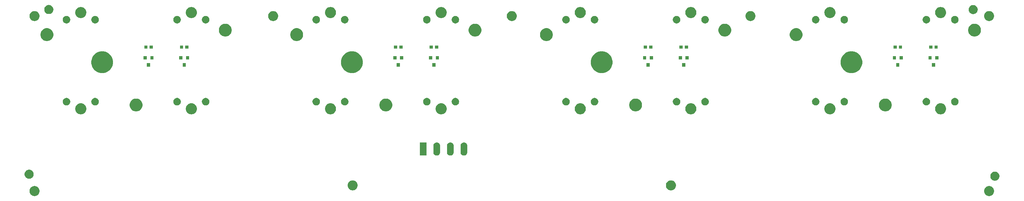
<source format=gbr>
G04 #@! TF.GenerationSoftware,KiCad,Pcbnew,(5.1.2)-2*
G04 #@! TF.CreationDate,2019-11-13T10:18:59+01:00*
G04 #@! TF.ProjectId,StepperClock,53746570-7065-4724-936c-6f636b2e6b69,v1.0*
G04 #@! TF.SameCoordinates,Original*
G04 #@! TF.FileFunction,Soldermask,Bot*
G04 #@! TF.FilePolarity,Negative*
%FSLAX46Y46*%
G04 Gerber Fmt 4.6, Leading zero omitted, Abs format (unit mm)*
G04 Created by KiCad (PCBNEW (5.1.2)-2) date 2019-11-13 10:18:59*
%MOMM*%
%LPD*%
G04 APERTURE LIST*
%ADD10C,0.100000*%
G04 APERTURE END LIST*
D10*
G36*
X330694233Y-178034893D02*
G01*
X330784457Y-178052839D01*
X330890067Y-178096585D01*
X331039421Y-178158449D01*
X331039422Y-178158450D01*
X331268886Y-178311772D01*
X331464028Y-178506914D01*
X331566475Y-178660237D01*
X331617351Y-178736379D01*
X331722961Y-178991344D01*
X331776800Y-179262012D01*
X331776800Y-179537988D01*
X331722961Y-179808656D01*
X331617351Y-180063621D01*
X331617350Y-180063622D01*
X331464028Y-180293086D01*
X331268886Y-180488228D01*
X331115563Y-180590675D01*
X331039421Y-180641551D01*
X330890067Y-180703415D01*
X330784457Y-180747161D01*
X330694233Y-180765107D01*
X330513788Y-180801000D01*
X330237812Y-180801000D01*
X330057367Y-180765107D01*
X329967143Y-180747161D01*
X329861533Y-180703415D01*
X329712179Y-180641551D01*
X329636037Y-180590675D01*
X329482714Y-180488228D01*
X329287572Y-180293086D01*
X329134250Y-180063622D01*
X329134249Y-180063621D01*
X329028639Y-179808656D01*
X328974800Y-179537988D01*
X328974800Y-179262012D01*
X329028639Y-178991344D01*
X329134249Y-178736379D01*
X329185125Y-178660237D01*
X329287572Y-178506914D01*
X329482714Y-178311772D01*
X329712178Y-178158450D01*
X329712179Y-178158449D01*
X329861533Y-178096585D01*
X329967143Y-178052839D01*
X330057367Y-178034893D01*
X330237812Y-177999000D01*
X330513788Y-177999000D01*
X330694233Y-178034893D01*
X330694233Y-178034893D01*
G37*
G36*
X63124233Y-178034893D02*
G01*
X63214457Y-178052839D01*
X63320067Y-178096585D01*
X63469421Y-178158449D01*
X63469422Y-178158450D01*
X63698886Y-178311772D01*
X63894028Y-178506914D01*
X63996475Y-178660237D01*
X64047351Y-178736379D01*
X64152961Y-178991344D01*
X64206800Y-179262012D01*
X64206800Y-179537988D01*
X64152961Y-179808656D01*
X64047351Y-180063621D01*
X64047350Y-180063622D01*
X63894028Y-180293086D01*
X63698886Y-180488228D01*
X63545563Y-180590675D01*
X63469421Y-180641551D01*
X63320067Y-180703415D01*
X63214457Y-180747161D01*
X63124233Y-180765107D01*
X62943788Y-180801000D01*
X62667812Y-180801000D01*
X62487367Y-180765107D01*
X62397143Y-180747161D01*
X62291533Y-180703415D01*
X62142179Y-180641551D01*
X62066037Y-180590675D01*
X61912714Y-180488228D01*
X61717572Y-180293086D01*
X61564250Y-180063622D01*
X61564249Y-180063621D01*
X61458639Y-179808656D01*
X61404800Y-179537988D01*
X61404800Y-179262012D01*
X61458639Y-178991344D01*
X61564249Y-178736379D01*
X61615125Y-178660237D01*
X61717572Y-178506914D01*
X61912714Y-178311772D01*
X62142178Y-178158450D01*
X62142179Y-178158449D01*
X62291533Y-178096585D01*
X62397143Y-178052839D01*
X62487367Y-178034893D01*
X62667812Y-177999000D01*
X62943788Y-177999000D01*
X63124233Y-178034893D01*
X63124233Y-178034893D01*
G37*
G36*
X241504233Y-176435633D02*
G01*
X241594457Y-176453579D01*
X241684171Y-176490740D01*
X241849421Y-176559189D01*
X241849422Y-176559190D01*
X242078886Y-176712512D01*
X242274028Y-176907654D01*
X242376475Y-177060977D01*
X242427351Y-177137119D01*
X242532961Y-177392084D01*
X242586800Y-177662752D01*
X242586800Y-177938728D01*
X242532961Y-178209396D01*
X242427351Y-178464361D01*
X242427350Y-178464362D01*
X242274028Y-178693826D01*
X242078886Y-178888968D01*
X241925670Y-178991343D01*
X241849421Y-179042291D01*
X241700067Y-179104155D01*
X241594457Y-179147901D01*
X241504233Y-179165847D01*
X241323788Y-179201740D01*
X241047812Y-179201740D01*
X240867367Y-179165847D01*
X240777143Y-179147901D01*
X240671533Y-179104155D01*
X240522179Y-179042291D01*
X240445930Y-178991343D01*
X240292714Y-178888968D01*
X240097572Y-178693826D01*
X239944250Y-178464362D01*
X239944249Y-178464361D01*
X239838639Y-178209396D01*
X239784800Y-177938728D01*
X239784800Y-177662752D01*
X239838639Y-177392084D01*
X239944249Y-177137119D01*
X239995125Y-177060977D01*
X240097572Y-176907654D01*
X240292714Y-176712512D01*
X240522178Y-176559190D01*
X240522179Y-176559189D01*
X240687429Y-176490740D01*
X240777143Y-176453579D01*
X240867367Y-176435633D01*
X241047812Y-176399740D01*
X241323788Y-176399740D01*
X241504233Y-176435633D01*
X241504233Y-176435633D01*
G37*
G36*
X152294233Y-176435633D02*
G01*
X152384457Y-176453579D01*
X152474171Y-176490740D01*
X152639421Y-176559189D01*
X152639422Y-176559190D01*
X152868886Y-176712512D01*
X153064028Y-176907654D01*
X153166475Y-177060977D01*
X153217351Y-177137119D01*
X153322961Y-177392084D01*
X153376800Y-177662752D01*
X153376800Y-177938728D01*
X153322961Y-178209396D01*
X153217351Y-178464361D01*
X153217350Y-178464362D01*
X153064028Y-178693826D01*
X152868886Y-178888968D01*
X152715670Y-178991343D01*
X152639421Y-179042291D01*
X152490067Y-179104155D01*
X152384457Y-179147901D01*
X152294233Y-179165847D01*
X152113788Y-179201740D01*
X151837812Y-179201740D01*
X151657367Y-179165847D01*
X151567143Y-179147901D01*
X151461533Y-179104155D01*
X151312179Y-179042291D01*
X151235930Y-178991343D01*
X151082714Y-178888968D01*
X150887572Y-178693826D01*
X150734250Y-178464362D01*
X150734249Y-178464361D01*
X150628639Y-178209396D01*
X150574800Y-177938728D01*
X150574800Y-177662752D01*
X150628639Y-177392084D01*
X150734249Y-177137119D01*
X150785125Y-177060977D01*
X150887572Y-176907654D01*
X151082714Y-176712512D01*
X151312178Y-176559190D01*
X151312179Y-176559189D01*
X151477429Y-176490740D01*
X151567143Y-176453579D01*
X151657367Y-176435633D01*
X151837812Y-176399740D01*
X152113788Y-176399740D01*
X152294233Y-176435633D01*
X152294233Y-176435633D01*
G37*
G36*
X332233565Y-173975143D02*
G01*
X332356245Y-173999545D01*
X332587371Y-174095281D01*
X332795378Y-174234267D01*
X332972273Y-174411162D01*
X333111259Y-174619169D01*
X333206995Y-174850295D01*
X333255800Y-175095656D01*
X333255800Y-175345824D01*
X333206995Y-175591185D01*
X333111259Y-175822311D01*
X332972273Y-176030318D01*
X332795378Y-176207213D01*
X332587371Y-176346199D01*
X332356245Y-176441935D01*
X332297706Y-176453579D01*
X332110885Y-176490740D01*
X331860715Y-176490740D01*
X331673894Y-176453579D01*
X331615355Y-176441935D01*
X331384229Y-176346199D01*
X331176222Y-176207213D01*
X330999327Y-176030318D01*
X330860341Y-175822311D01*
X330764605Y-175591185D01*
X330715800Y-175345824D01*
X330715800Y-175095656D01*
X330764605Y-174850295D01*
X330860341Y-174619169D01*
X330999327Y-174411162D01*
X331176222Y-174234267D01*
X331384229Y-174095281D01*
X331615355Y-173999545D01*
X331738035Y-173975143D01*
X331860715Y-173950740D01*
X332110885Y-173950740D01*
X332233565Y-173975143D01*
X332233565Y-173975143D01*
G37*
G36*
X61533565Y-173425143D02*
G01*
X61656245Y-173449545D01*
X61887371Y-173545281D01*
X62095378Y-173684267D01*
X62272273Y-173861162D01*
X62411259Y-174069169D01*
X62506995Y-174300295D01*
X62555800Y-174545656D01*
X62555800Y-174795824D01*
X62506995Y-175041185D01*
X62411259Y-175272311D01*
X62272273Y-175480318D01*
X62095378Y-175657213D01*
X61887371Y-175796199D01*
X61656245Y-175891935D01*
X61533565Y-175916337D01*
X61410885Y-175940740D01*
X61160715Y-175940740D01*
X61038035Y-175916337D01*
X60915355Y-175891935D01*
X60684229Y-175796199D01*
X60476222Y-175657213D01*
X60299327Y-175480318D01*
X60160341Y-175272311D01*
X60064605Y-175041185D01*
X60015800Y-174795824D01*
X60015800Y-174545656D01*
X60064605Y-174300295D01*
X60160341Y-174069169D01*
X60299327Y-173861162D01*
X60476222Y-173684267D01*
X60684229Y-173545281D01*
X60915355Y-173449545D01*
X61038035Y-173425143D01*
X61160715Y-173400740D01*
X61410885Y-173400740D01*
X61533565Y-173425143D01*
X61533565Y-173425143D01*
G37*
G36*
X183352224Y-165758500D02*
G01*
X183352227Y-165758501D01*
X183352228Y-165758501D01*
X183531492Y-165812880D01*
X183531495Y-165812882D01*
X183531496Y-165812882D01*
X183696703Y-165901186D01*
X183841512Y-166020028D01*
X183960354Y-166164837D01*
X184048658Y-166330043D01*
X184048660Y-166330047D01*
X184048660Y-166330048D01*
X184103040Y-166509315D01*
X184116800Y-166649022D01*
X184116800Y-168542458D01*
X184103040Y-168682165D01*
X184103039Y-168682168D01*
X184103039Y-168682169D01*
X184048660Y-168861433D01*
X184048658Y-168861436D01*
X184048658Y-168861437D01*
X183960354Y-169026643D01*
X183841512Y-169171452D01*
X183696703Y-169290294D01*
X183531497Y-169378598D01*
X183531493Y-169378600D01*
X183352229Y-169432979D01*
X183352228Y-169432979D01*
X183352225Y-169432980D01*
X183165800Y-169451341D01*
X182979376Y-169432980D01*
X182979373Y-169432979D01*
X182979372Y-169432979D01*
X182800108Y-169378600D01*
X182800104Y-169378598D01*
X182634898Y-169290294D01*
X182490089Y-169171452D01*
X182371247Y-169026643D01*
X182282943Y-168861437D01*
X182282943Y-168861436D01*
X182282941Y-168861433D01*
X182228562Y-168682169D01*
X182228562Y-168682168D01*
X182228561Y-168682165D01*
X182214800Y-168542457D01*
X182214800Y-166649023D01*
X182228560Y-166509316D01*
X182228561Y-166509312D01*
X182282940Y-166330048D01*
X182282943Y-166330043D01*
X182371246Y-166164837D01*
X182490088Y-166020028D01*
X182634897Y-165901186D01*
X182800103Y-165812882D01*
X182800104Y-165812882D01*
X182800107Y-165812880D01*
X182979371Y-165758501D01*
X182979372Y-165758501D01*
X182979375Y-165758500D01*
X183165800Y-165740139D01*
X183352224Y-165758500D01*
X183352224Y-165758500D01*
G37*
G36*
X175732224Y-165758500D02*
G01*
X175732227Y-165758501D01*
X175732228Y-165758501D01*
X175911492Y-165812880D01*
X175911495Y-165812882D01*
X175911496Y-165812882D01*
X176076703Y-165901186D01*
X176221512Y-166020028D01*
X176340354Y-166164837D01*
X176428658Y-166330043D01*
X176428660Y-166330047D01*
X176428660Y-166330048D01*
X176483040Y-166509315D01*
X176496800Y-166649022D01*
X176496800Y-168542458D01*
X176483040Y-168682165D01*
X176483039Y-168682168D01*
X176483039Y-168682169D01*
X176428660Y-168861433D01*
X176428658Y-168861436D01*
X176428658Y-168861437D01*
X176340354Y-169026643D01*
X176221512Y-169171452D01*
X176076703Y-169290294D01*
X175911497Y-169378598D01*
X175911493Y-169378600D01*
X175732229Y-169432979D01*
X175732228Y-169432979D01*
X175732225Y-169432980D01*
X175545800Y-169451341D01*
X175359376Y-169432980D01*
X175359373Y-169432979D01*
X175359372Y-169432979D01*
X175180108Y-169378600D01*
X175180104Y-169378598D01*
X175014898Y-169290294D01*
X174870089Y-169171452D01*
X174751247Y-169026643D01*
X174662943Y-168861437D01*
X174662943Y-168861436D01*
X174662941Y-168861433D01*
X174608562Y-168682169D01*
X174608562Y-168682168D01*
X174608561Y-168682165D01*
X174594800Y-168542457D01*
X174594800Y-166649023D01*
X174608560Y-166509316D01*
X174608561Y-166509312D01*
X174662940Y-166330048D01*
X174662943Y-166330043D01*
X174751246Y-166164837D01*
X174870088Y-166020028D01*
X175014897Y-165901186D01*
X175180103Y-165812882D01*
X175180104Y-165812882D01*
X175180107Y-165812880D01*
X175359371Y-165758501D01*
X175359372Y-165758501D01*
X175359375Y-165758500D01*
X175545800Y-165740139D01*
X175732224Y-165758500D01*
X175732224Y-165758500D01*
G37*
G36*
X179542224Y-165758500D02*
G01*
X179542227Y-165758501D01*
X179542228Y-165758501D01*
X179721492Y-165812880D01*
X179721495Y-165812882D01*
X179721496Y-165812882D01*
X179886703Y-165901186D01*
X180031512Y-166020028D01*
X180150354Y-166164837D01*
X180238658Y-166330043D01*
X180238660Y-166330047D01*
X180238660Y-166330048D01*
X180293040Y-166509315D01*
X180306800Y-166649022D01*
X180306800Y-168542458D01*
X180293040Y-168682165D01*
X180293039Y-168682168D01*
X180293039Y-168682169D01*
X180238660Y-168861433D01*
X180238658Y-168861436D01*
X180238658Y-168861437D01*
X180150354Y-169026643D01*
X180031512Y-169171452D01*
X179886703Y-169290294D01*
X179721497Y-169378598D01*
X179721493Y-169378600D01*
X179542229Y-169432979D01*
X179542228Y-169432979D01*
X179542225Y-169432980D01*
X179355800Y-169451341D01*
X179169376Y-169432980D01*
X179169373Y-169432979D01*
X179169372Y-169432979D01*
X178990108Y-169378600D01*
X178990104Y-169378598D01*
X178824898Y-169290294D01*
X178680089Y-169171452D01*
X178561247Y-169026643D01*
X178472943Y-168861437D01*
X178472943Y-168861436D01*
X178472941Y-168861433D01*
X178418562Y-168682169D01*
X178418562Y-168682168D01*
X178418561Y-168682165D01*
X178404800Y-168542457D01*
X178404800Y-166649023D01*
X178418560Y-166509316D01*
X178418561Y-166509312D01*
X178472940Y-166330048D01*
X178472943Y-166330043D01*
X178561246Y-166164837D01*
X178680088Y-166020028D01*
X178824897Y-165901186D01*
X178990103Y-165812882D01*
X178990104Y-165812882D01*
X178990107Y-165812880D01*
X179169371Y-165758501D01*
X179169372Y-165758501D01*
X179169375Y-165758500D01*
X179355800Y-165740139D01*
X179542224Y-165758500D01*
X179542224Y-165758500D01*
G37*
G36*
X172686800Y-169446740D02*
G01*
X170784800Y-169446740D01*
X170784800Y-165744740D01*
X172686800Y-165744740D01*
X172686800Y-169446740D01*
X172686800Y-169446740D01*
G37*
G36*
X216072585Y-154798802D02*
G01*
X216222410Y-154828604D01*
X216504674Y-154945521D01*
X216758705Y-155115259D01*
X216974741Y-155331295D01*
X217144479Y-155585326D01*
X217261396Y-155867590D01*
X217321000Y-156167240D01*
X217321000Y-156472760D01*
X217261396Y-156772410D01*
X217144479Y-157054674D01*
X216974741Y-157308705D01*
X216758705Y-157524741D01*
X216504674Y-157694479D01*
X216222410Y-157811396D01*
X216072585Y-157841198D01*
X215922761Y-157871000D01*
X215617239Y-157871000D01*
X215467415Y-157841198D01*
X215317590Y-157811396D01*
X215035326Y-157694479D01*
X214781295Y-157524741D01*
X214565259Y-157308705D01*
X214395521Y-157054674D01*
X214278604Y-156772410D01*
X214219000Y-156472760D01*
X214219000Y-156167240D01*
X214278604Y-155867590D01*
X214395521Y-155585326D01*
X214565259Y-155331295D01*
X214781295Y-155115259D01*
X215035326Y-154945521D01*
X215317590Y-154828604D01*
X215467415Y-154798802D01*
X215617239Y-154769000D01*
X215922761Y-154769000D01*
X216072585Y-154798802D01*
X216072585Y-154798802D01*
G37*
G36*
X76072585Y-154798802D02*
G01*
X76222410Y-154828604D01*
X76504674Y-154945521D01*
X76758705Y-155115259D01*
X76974741Y-155331295D01*
X77144479Y-155585326D01*
X77261396Y-155867590D01*
X77321000Y-156167240D01*
X77321000Y-156472760D01*
X77261396Y-156772410D01*
X77144479Y-157054674D01*
X76974741Y-157308705D01*
X76758705Y-157524741D01*
X76504674Y-157694479D01*
X76222410Y-157811396D01*
X76072585Y-157841198D01*
X75922761Y-157871000D01*
X75617239Y-157871000D01*
X75467415Y-157841198D01*
X75317590Y-157811396D01*
X75035326Y-157694479D01*
X74781295Y-157524741D01*
X74565259Y-157308705D01*
X74395521Y-157054674D01*
X74278604Y-156772410D01*
X74219000Y-156472760D01*
X74219000Y-156167240D01*
X74278604Y-155867590D01*
X74395521Y-155585326D01*
X74565259Y-155331295D01*
X74781295Y-155115259D01*
X75035326Y-154945521D01*
X75317590Y-154828604D01*
X75467415Y-154798802D01*
X75617239Y-154769000D01*
X75922761Y-154769000D01*
X76072585Y-154798802D01*
X76072585Y-154798802D01*
G37*
G36*
X177072585Y-154798802D02*
G01*
X177222410Y-154828604D01*
X177504674Y-154945521D01*
X177758705Y-155115259D01*
X177974741Y-155331295D01*
X178144479Y-155585326D01*
X178261396Y-155867590D01*
X178321000Y-156167240D01*
X178321000Y-156472760D01*
X178261396Y-156772410D01*
X178144479Y-157054674D01*
X177974741Y-157308705D01*
X177758705Y-157524741D01*
X177504674Y-157694479D01*
X177222410Y-157811396D01*
X177072585Y-157841198D01*
X176922761Y-157871000D01*
X176617239Y-157871000D01*
X176467415Y-157841198D01*
X176317590Y-157811396D01*
X176035326Y-157694479D01*
X175781295Y-157524741D01*
X175565259Y-157308705D01*
X175395521Y-157054674D01*
X175278604Y-156772410D01*
X175219000Y-156472760D01*
X175219000Y-156167240D01*
X175278604Y-155867590D01*
X175395521Y-155585326D01*
X175565259Y-155331295D01*
X175781295Y-155115259D01*
X176035326Y-154945521D01*
X176317590Y-154828604D01*
X176467415Y-154798802D01*
X176617239Y-154769000D01*
X176922761Y-154769000D01*
X177072585Y-154798802D01*
X177072585Y-154798802D01*
G37*
G36*
X247072585Y-154798802D02*
G01*
X247222410Y-154828604D01*
X247504674Y-154945521D01*
X247758705Y-155115259D01*
X247974741Y-155331295D01*
X248144479Y-155585326D01*
X248261396Y-155867590D01*
X248321000Y-156167240D01*
X248321000Y-156472760D01*
X248261396Y-156772410D01*
X248144479Y-157054674D01*
X247974741Y-157308705D01*
X247758705Y-157524741D01*
X247504674Y-157694479D01*
X247222410Y-157811396D01*
X247072585Y-157841198D01*
X246922761Y-157871000D01*
X246617239Y-157871000D01*
X246467415Y-157841198D01*
X246317590Y-157811396D01*
X246035326Y-157694479D01*
X245781295Y-157524741D01*
X245565259Y-157308705D01*
X245395521Y-157054674D01*
X245278604Y-156772410D01*
X245219000Y-156472760D01*
X245219000Y-156167240D01*
X245278604Y-155867590D01*
X245395521Y-155585326D01*
X245565259Y-155331295D01*
X245781295Y-155115259D01*
X246035326Y-154945521D01*
X246317590Y-154828604D01*
X246467415Y-154798802D01*
X246617239Y-154769000D01*
X246922761Y-154769000D01*
X247072585Y-154798802D01*
X247072585Y-154798802D01*
G37*
G36*
X286072585Y-154798802D02*
G01*
X286222410Y-154828604D01*
X286504674Y-154945521D01*
X286758705Y-155115259D01*
X286974741Y-155331295D01*
X287144479Y-155585326D01*
X287261396Y-155867590D01*
X287321000Y-156167240D01*
X287321000Y-156472760D01*
X287261396Y-156772410D01*
X287144479Y-157054674D01*
X286974741Y-157308705D01*
X286758705Y-157524741D01*
X286504674Y-157694479D01*
X286222410Y-157811396D01*
X286072585Y-157841198D01*
X285922761Y-157871000D01*
X285617239Y-157871000D01*
X285467415Y-157841198D01*
X285317590Y-157811396D01*
X285035326Y-157694479D01*
X284781295Y-157524741D01*
X284565259Y-157308705D01*
X284395521Y-157054674D01*
X284278604Y-156772410D01*
X284219000Y-156472760D01*
X284219000Y-156167240D01*
X284278604Y-155867590D01*
X284395521Y-155585326D01*
X284565259Y-155331295D01*
X284781295Y-155115259D01*
X285035326Y-154945521D01*
X285317590Y-154828604D01*
X285467415Y-154798802D01*
X285617239Y-154769000D01*
X285922761Y-154769000D01*
X286072585Y-154798802D01*
X286072585Y-154798802D01*
G37*
G36*
X317072585Y-154798802D02*
G01*
X317222410Y-154828604D01*
X317504674Y-154945521D01*
X317758705Y-155115259D01*
X317974741Y-155331295D01*
X318144479Y-155585326D01*
X318261396Y-155867590D01*
X318321000Y-156167240D01*
X318321000Y-156472760D01*
X318261396Y-156772410D01*
X318144479Y-157054674D01*
X317974741Y-157308705D01*
X317758705Y-157524741D01*
X317504674Y-157694479D01*
X317222410Y-157811396D01*
X317072585Y-157841198D01*
X316922761Y-157871000D01*
X316617239Y-157871000D01*
X316467415Y-157841198D01*
X316317590Y-157811396D01*
X316035326Y-157694479D01*
X315781295Y-157524741D01*
X315565259Y-157308705D01*
X315395521Y-157054674D01*
X315278604Y-156772410D01*
X315219000Y-156472760D01*
X315219000Y-156167240D01*
X315278604Y-155867590D01*
X315395521Y-155585326D01*
X315565259Y-155331295D01*
X315781295Y-155115259D01*
X316035326Y-154945521D01*
X316317590Y-154828604D01*
X316467415Y-154798802D01*
X316617239Y-154769000D01*
X316922761Y-154769000D01*
X317072585Y-154798802D01*
X317072585Y-154798802D01*
G37*
G36*
X146072585Y-154798802D02*
G01*
X146222410Y-154828604D01*
X146504674Y-154945521D01*
X146758705Y-155115259D01*
X146974741Y-155331295D01*
X147144479Y-155585326D01*
X147261396Y-155867590D01*
X147321000Y-156167240D01*
X147321000Y-156472760D01*
X147261396Y-156772410D01*
X147144479Y-157054674D01*
X146974741Y-157308705D01*
X146758705Y-157524741D01*
X146504674Y-157694479D01*
X146222410Y-157811396D01*
X146072585Y-157841198D01*
X145922761Y-157871000D01*
X145617239Y-157871000D01*
X145467415Y-157841198D01*
X145317590Y-157811396D01*
X145035326Y-157694479D01*
X144781295Y-157524741D01*
X144565259Y-157308705D01*
X144395521Y-157054674D01*
X144278604Y-156772410D01*
X144219000Y-156472760D01*
X144219000Y-156167240D01*
X144278604Y-155867590D01*
X144395521Y-155585326D01*
X144565259Y-155331295D01*
X144781295Y-155115259D01*
X145035326Y-154945521D01*
X145317590Y-154828604D01*
X145467415Y-154798802D01*
X145617239Y-154769000D01*
X145922761Y-154769000D01*
X146072585Y-154798802D01*
X146072585Y-154798802D01*
G37*
G36*
X107072585Y-154798802D02*
G01*
X107222410Y-154828604D01*
X107504674Y-154945521D01*
X107758705Y-155115259D01*
X107974741Y-155331295D01*
X108144479Y-155585326D01*
X108261396Y-155867590D01*
X108321000Y-156167240D01*
X108321000Y-156472760D01*
X108261396Y-156772410D01*
X108144479Y-157054674D01*
X107974741Y-157308705D01*
X107758705Y-157524741D01*
X107504674Y-157694479D01*
X107222410Y-157811396D01*
X107072585Y-157841198D01*
X106922761Y-157871000D01*
X106617239Y-157871000D01*
X106467415Y-157841198D01*
X106317590Y-157811396D01*
X106035326Y-157694479D01*
X105781295Y-157524741D01*
X105565259Y-157308705D01*
X105395521Y-157054674D01*
X105278604Y-156772410D01*
X105219000Y-156472760D01*
X105219000Y-156167240D01*
X105278604Y-155867590D01*
X105395521Y-155585326D01*
X105565259Y-155331295D01*
X105781295Y-155115259D01*
X106035326Y-154945521D01*
X106317590Y-154828604D01*
X106467415Y-154798802D01*
X106617239Y-154769000D01*
X106922761Y-154769000D01*
X107072585Y-154798802D01*
X107072585Y-154798802D01*
G37*
G36*
X231805331Y-153528211D02*
G01*
X232133092Y-153663974D01*
X232428070Y-153861072D01*
X232678928Y-154111930D01*
X232876026Y-154406908D01*
X233011789Y-154734669D01*
X233081000Y-155082616D01*
X233081000Y-155437384D01*
X233011789Y-155785331D01*
X232876026Y-156113092D01*
X232678928Y-156408070D01*
X232428070Y-156658928D01*
X232133092Y-156856026D01*
X231805331Y-156991789D01*
X231457384Y-157061000D01*
X231102616Y-157061000D01*
X230754669Y-156991789D01*
X230426908Y-156856026D01*
X230131930Y-156658928D01*
X229881072Y-156408070D01*
X229683974Y-156113092D01*
X229548211Y-155785331D01*
X229479000Y-155437384D01*
X229479000Y-155082616D01*
X229548211Y-154734669D01*
X229683974Y-154406908D01*
X229881072Y-154111930D01*
X230131930Y-153861072D01*
X230426908Y-153663974D01*
X230754669Y-153528211D01*
X231102616Y-153459000D01*
X231457384Y-153459000D01*
X231805331Y-153528211D01*
X231805331Y-153528211D01*
G37*
G36*
X301805331Y-153528211D02*
G01*
X302133092Y-153663974D01*
X302428070Y-153861072D01*
X302678928Y-154111930D01*
X302876026Y-154406908D01*
X303011789Y-154734669D01*
X303081000Y-155082616D01*
X303081000Y-155437384D01*
X303011789Y-155785331D01*
X302876026Y-156113092D01*
X302678928Y-156408070D01*
X302428070Y-156658928D01*
X302133092Y-156856026D01*
X301805331Y-156991789D01*
X301457384Y-157061000D01*
X301102616Y-157061000D01*
X300754669Y-156991789D01*
X300426908Y-156856026D01*
X300131930Y-156658928D01*
X299881072Y-156408070D01*
X299683974Y-156113092D01*
X299548211Y-155785331D01*
X299479000Y-155437384D01*
X299479000Y-155082616D01*
X299548211Y-154734669D01*
X299683974Y-154406908D01*
X299881072Y-154111930D01*
X300131930Y-153861072D01*
X300426908Y-153663974D01*
X300754669Y-153528211D01*
X301102616Y-153459000D01*
X301457384Y-153459000D01*
X301805331Y-153528211D01*
X301805331Y-153528211D01*
G37*
G36*
X161805331Y-153528211D02*
G01*
X162133092Y-153663974D01*
X162428070Y-153861072D01*
X162678928Y-154111930D01*
X162876026Y-154406908D01*
X163011789Y-154734669D01*
X163081000Y-155082616D01*
X163081000Y-155437384D01*
X163011789Y-155785331D01*
X162876026Y-156113092D01*
X162678928Y-156408070D01*
X162428070Y-156658928D01*
X162133092Y-156856026D01*
X161805331Y-156991789D01*
X161457384Y-157061000D01*
X161102616Y-157061000D01*
X160754669Y-156991789D01*
X160426908Y-156856026D01*
X160131930Y-156658928D01*
X159881072Y-156408070D01*
X159683974Y-156113092D01*
X159548211Y-155785331D01*
X159479000Y-155437384D01*
X159479000Y-155082616D01*
X159548211Y-154734669D01*
X159683974Y-154406908D01*
X159881072Y-154111930D01*
X160131930Y-153861072D01*
X160426908Y-153663974D01*
X160754669Y-153528211D01*
X161102616Y-153459000D01*
X161457384Y-153459000D01*
X161805331Y-153528211D01*
X161805331Y-153528211D01*
G37*
G36*
X91805331Y-153528211D02*
G01*
X92133092Y-153663974D01*
X92428070Y-153861072D01*
X92678928Y-154111930D01*
X92876026Y-154406908D01*
X93011789Y-154734669D01*
X93081000Y-155082616D01*
X93081000Y-155437384D01*
X93011789Y-155785331D01*
X92876026Y-156113092D01*
X92678928Y-156408070D01*
X92428070Y-156658928D01*
X92133092Y-156856026D01*
X91805331Y-156991789D01*
X91457384Y-157061000D01*
X91102616Y-157061000D01*
X90754669Y-156991789D01*
X90426908Y-156856026D01*
X90131930Y-156658928D01*
X89881072Y-156408070D01*
X89683974Y-156113092D01*
X89548211Y-155785331D01*
X89479000Y-155437384D01*
X89479000Y-155082616D01*
X89548211Y-154734669D01*
X89683974Y-154406908D01*
X89881072Y-154111930D01*
X90131930Y-153861072D01*
X90426908Y-153663974D01*
X90754669Y-153528211D01*
X91102616Y-153459000D01*
X91457384Y-153459000D01*
X91805331Y-153528211D01*
X91805331Y-153528211D01*
G37*
G36*
X150076564Y-153309389D02*
G01*
X150267833Y-153388615D01*
X150267835Y-153388616D01*
X150373172Y-153459000D01*
X150439973Y-153503635D01*
X150586365Y-153650027D01*
X150701385Y-153822167D01*
X150780611Y-154013436D01*
X150821000Y-154216484D01*
X150821000Y-154423516D01*
X150780611Y-154626564D01*
X150721612Y-154769000D01*
X150701384Y-154817835D01*
X150586365Y-154989973D01*
X150439973Y-155136365D01*
X150267835Y-155251384D01*
X150267834Y-155251385D01*
X150267833Y-155251385D01*
X150076564Y-155330611D01*
X149873516Y-155371000D01*
X149666484Y-155371000D01*
X149463436Y-155330611D01*
X149272167Y-155251385D01*
X149272166Y-155251385D01*
X149272165Y-155251384D01*
X149100027Y-155136365D01*
X148953635Y-154989973D01*
X148838616Y-154817835D01*
X148818388Y-154769000D01*
X148759389Y-154626564D01*
X148719000Y-154423516D01*
X148719000Y-154216484D01*
X148759389Y-154013436D01*
X148838615Y-153822167D01*
X148953635Y-153650027D01*
X149100027Y-153503635D01*
X149166828Y-153459000D01*
X149272165Y-153388616D01*
X149272167Y-153388615D01*
X149463436Y-153309389D01*
X149666484Y-153269000D01*
X149873516Y-153269000D01*
X150076564Y-153309389D01*
X150076564Y-153309389D01*
G37*
G36*
X103076564Y-153309389D02*
G01*
X103267833Y-153388615D01*
X103267835Y-153388616D01*
X103373172Y-153459000D01*
X103439973Y-153503635D01*
X103586365Y-153650027D01*
X103701385Y-153822167D01*
X103780611Y-154013436D01*
X103821000Y-154216484D01*
X103821000Y-154423516D01*
X103780611Y-154626564D01*
X103721612Y-154769000D01*
X103701384Y-154817835D01*
X103586365Y-154989973D01*
X103439973Y-155136365D01*
X103267835Y-155251384D01*
X103267834Y-155251385D01*
X103267833Y-155251385D01*
X103076564Y-155330611D01*
X102873516Y-155371000D01*
X102666484Y-155371000D01*
X102463436Y-155330611D01*
X102272167Y-155251385D01*
X102272166Y-155251385D01*
X102272165Y-155251384D01*
X102100027Y-155136365D01*
X101953635Y-154989973D01*
X101838616Y-154817835D01*
X101818388Y-154769000D01*
X101759389Y-154626564D01*
X101719000Y-154423516D01*
X101719000Y-154216484D01*
X101759389Y-154013436D01*
X101838615Y-153822167D01*
X101953635Y-153650027D01*
X102100027Y-153503635D01*
X102166828Y-153459000D01*
X102272165Y-153388616D01*
X102272167Y-153388615D01*
X102463436Y-153309389D01*
X102666484Y-153269000D01*
X102873516Y-153269000D01*
X103076564Y-153309389D01*
X103076564Y-153309389D01*
G37*
G36*
X251076564Y-153309389D02*
G01*
X251267833Y-153388615D01*
X251267835Y-153388616D01*
X251373172Y-153459000D01*
X251439973Y-153503635D01*
X251586365Y-153650027D01*
X251701385Y-153822167D01*
X251780611Y-154013436D01*
X251821000Y-154216484D01*
X251821000Y-154423516D01*
X251780611Y-154626564D01*
X251721612Y-154769000D01*
X251701384Y-154817835D01*
X251586365Y-154989973D01*
X251439973Y-155136365D01*
X251267835Y-155251384D01*
X251267834Y-155251385D01*
X251267833Y-155251385D01*
X251076564Y-155330611D01*
X250873516Y-155371000D01*
X250666484Y-155371000D01*
X250463436Y-155330611D01*
X250272167Y-155251385D01*
X250272166Y-155251385D01*
X250272165Y-155251384D01*
X250100027Y-155136365D01*
X249953635Y-154989973D01*
X249838616Y-154817835D01*
X249818388Y-154769000D01*
X249759389Y-154626564D01*
X249719000Y-154423516D01*
X249719000Y-154216484D01*
X249759389Y-154013436D01*
X249838615Y-153822167D01*
X249953635Y-153650027D01*
X250100027Y-153503635D01*
X250166828Y-153459000D01*
X250272165Y-153388616D01*
X250272167Y-153388615D01*
X250463436Y-153309389D01*
X250666484Y-153269000D01*
X250873516Y-153269000D01*
X251076564Y-153309389D01*
X251076564Y-153309389D01*
G37*
G36*
X111076564Y-153309389D02*
G01*
X111267833Y-153388615D01*
X111267835Y-153388616D01*
X111373172Y-153459000D01*
X111439973Y-153503635D01*
X111586365Y-153650027D01*
X111701385Y-153822167D01*
X111780611Y-154013436D01*
X111821000Y-154216484D01*
X111821000Y-154423516D01*
X111780611Y-154626564D01*
X111721612Y-154769000D01*
X111701384Y-154817835D01*
X111586365Y-154989973D01*
X111439973Y-155136365D01*
X111267835Y-155251384D01*
X111267834Y-155251385D01*
X111267833Y-155251385D01*
X111076564Y-155330611D01*
X110873516Y-155371000D01*
X110666484Y-155371000D01*
X110463436Y-155330611D01*
X110272167Y-155251385D01*
X110272166Y-155251385D01*
X110272165Y-155251384D01*
X110100027Y-155136365D01*
X109953635Y-154989973D01*
X109838616Y-154817835D01*
X109818388Y-154769000D01*
X109759389Y-154626564D01*
X109719000Y-154423516D01*
X109719000Y-154216484D01*
X109759389Y-154013436D01*
X109838615Y-153822167D01*
X109953635Y-153650027D01*
X110100027Y-153503635D01*
X110166828Y-153459000D01*
X110272165Y-153388616D01*
X110272167Y-153388615D01*
X110463436Y-153309389D01*
X110666484Y-153269000D01*
X110873516Y-153269000D01*
X111076564Y-153309389D01*
X111076564Y-153309389D01*
G37*
G36*
X243076564Y-153309389D02*
G01*
X243267833Y-153388615D01*
X243267835Y-153388616D01*
X243373172Y-153459000D01*
X243439973Y-153503635D01*
X243586365Y-153650027D01*
X243701385Y-153822167D01*
X243780611Y-154013436D01*
X243821000Y-154216484D01*
X243821000Y-154423516D01*
X243780611Y-154626564D01*
X243721612Y-154769000D01*
X243701384Y-154817835D01*
X243586365Y-154989973D01*
X243439973Y-155136365D01*
X243267835Y-155251384D01*
X243267834Y-155251385D01*
X243267833Y-155251385D01*
X243076564Y-155330611D01*
X242873516Y-155371000D01*
X242666484Y-155371000D01*
X242463436Y-155330611D01*
X242272167Y-155251385D01*
X242272166Y-155251385D01*
X242272165Y-155251384D01*
X242100027Y-155136365D01*
X241953635Y-154989973D01*
X241838616Y-154817835D01*
X241818388Y-154769000D01*
X241759389Y-154626564D01*
X241719000Y-154423516D01*
X241719000Y-154216484D01*
X241759389Y-154013436D01*
X241838615Y-153822167D01*
X241953635Y-153650027D01*
X242100027Y-153503635D01*
X242166828Y-153459000D01*
X242272165Y-153388616D01*
X242272167Y-153388615D01*
X242463436Y-153309389D01*
X242666484Y-153269000D01*
X242873516Y-153269000D01*
X243076564Y-153309389D01*
X243076564Y-153309389D01*
G37*
G36*
X220076564Y-153309389D02*
G01*
X220267833Y-153388615D01*
X220267835Y-153388616D01*
X220373172Y-153459000D01*
X220439973Y-153503635D01*
X220586365Y-153650027D01*
X220701385Y-153822167D01*
X220780611Y-154013436D01*
X220821000Y-154216484D01*
X220821000Y-154423516D01*
X220780611Y-154626564D01*
X220721612Y-154769000D01*
X220701384Y-154817835D01*
X220586365Y-154989973D01*
X220439973Y-155136365D01*
X220267835Y-155251384D01*
X220267834Y-155251385D01*
X220267833Y-155251385D01*
X220076564Y-155330611D01*
X219873516Y-155371000D01*
X219666484Y-155371000D01*
X219463436Y-155330611D01*
X219272167Y-155251385D01*
X219272166Y-155251385D01*
X219272165Y-155251384D01*
X219100027Y-155136365D01*
X218953635Y-154989973D01*
X218838616Y-154817835D01*
X218818388Y-154769000D01*
X218759389Y-154626564D01*
X218719000Y-154423516D01*
X218719000Y-154216484D01*
X218759389Y-154013436D01*
X218838615Y-153822167D01*
X218953635Y-153650027D01*
X219100027Y-153503635D01*
X219166828Y-153459000D01*
X219272165Y-153388616D01*
X219272167Y-153388615D01*
X219463436Y-153309389D01*
X219666484Y-153269000D01*
X219873516Y-153269000D01*
X220076564Y-153309389D01*
X220076564Y-153309389D01*
G37*
G36*
X72076564Y-153309389D02*
G01*
X72267833Y-153388615D01*
X72267835Y-153388616D01*
X72373172Y-153459000D01*
X72439973Y-153503635D01*
X72586365Y-153650027D01*
X72701385Y-153822167D01*
X72780611Y-154013436D01*
X72821000Y-154216484D01*
X72821000Y-154423516D01*
X72780611Y-154626564D01*
X72721612Y-154769000D01*
X72701384Y-154817835D01*
X72586365Y-154989973D01*
X72439973Y-155136365D01*
X72267835Y-155251384D01*
X72267834Y-155251385D01*
X72267833Y-155251385D01*
X72076564Y-155330611D01*
X71873516Y-155371000D01*
X71666484Y-155371000D01*
X71463436Y-155330611D01*
X71272167Y-155251385D01*
X71272166Y-155251385D01*
X71272165Y-155251384D01*
X71100027Y-155136365D01*
X70953635Y-154989973D01*
X70838616Y-154817835D01*
X70818388Y-154769000D01*
X70759389Y-154626564D01*
X70719000Y-154423516D01*
X70719000Y-154216484D01*
X70759389Y-154013436D01*
X70838615Y-153822167D01*
X70953635Y-153650027D01*
X71100027Y-153503635D01*
X71166828Y-153459000D01*
X71272165Y-153388616D01*
X71272167Y-153388615D01*
X71463436Y-153309389D01*
X71666484Y-153269000D01*
X71873516Y-153269000D01*
X72076564Y-153309389D01*
X72076564Y-153309389D01*
G37*
G36*
X142076564Y-153309389D02*
G01*
X142267833Y-153388615D01*
X142267835Y-153388616D01*
X142373172Y-153459000D01*
X142439973Y-153503635D01*
X142586365Y-153650027D01*
X142701385Y-153822167D01*
X142780611Y-154013436D01*
X142821000Y-154216484D01*
X142821000Y-154423516D01*
X142780611Y-154626564D01*
X142721612Y-154769000D01*
X142701384Y-154817835D01*
X142586365Y-154989973D01*
X142439973Y-155136365D01*
X142267835Y-155251384D01*
X142267834Y-155251385D01*
X142267833Y-155251385D01*
X142076564Y-155330611D01*
X141873516Y-155371000D01*
X141666484Y-155371000D01*
X141463436Y-155330611D01*
X141272167Y-155251385D01*
X141272166Y-155251385D01*
X141272165Y-155251384D01*
X141100027Y-155136365D01*
X140953635Y-154989973D01*
X140838616Y-154817835D01*
X140818388Y-154769000D01*
X140759389Y-154626564D01*
X140719000Y-154423516D01*
X140719000Y-154216484D01*
X140759389Y-154013436D01*
X140838615Y-153822167D01*
X140953635Y-153650027D01*
X141100027Y-153503635D01*
X141166828Y-153459000D01*
X141272165Y-153388616D01*
X141272167Y-153388615D01*
X141463436Y-153309389D01*
X141666484Y-153269000D01*
X141873516Y-153269000D01*
X142076564Y-153309389D01*
X142076564Y-153309389D01*
G37*
G36*
X212076564Y-153309389D02*
G01*
X212267833Y-153388615D01*
X212267835Y-153388616D01*
X212373172Y-153459000D01*
X212439973Y-153503635D01*
X212586365Y-153650027D01*
X212701385Y-153822167D01*
X212780611Y-154013436D01*
X212821000Y-154216484D01*
X212821000Y-154423516D01*
X212780611Y-154626564D01*
X212721612Y-154769000D01*
X212701384Y-154817835D01*
X212586365Y-154989973D01*
X212439973Y-155136365D01*
X212267835Y-155251384D01*
X212267834Y-155251385D01*
X212267833Y-155251385D01*
X212076564Y-155330611D01*
X211873516Y-155371000D01*
X211666484Y-155371000D01*
X211463436Y-155330611D01*
X211272167Y-155251385D01*
X211272166Y-155251385D01*
X211272165Y-155251384D01*
X211100027Y-155136365D01*
X210953635Y-154989973D01*
X210838616Y-154817835D01*
X210818388Y-154769000D01*
X210759389Y-154626564D01*
X210719000Y-154423516D01*
X210719000Y-154216484D01*
X210759389Y-154013436D01*
X210838615Y-153822167D01*
X210953635Y-153650027D01*
X211100027Y-153503635D01*
X211166828Y-153459000D01*
X211272165Y-153388616D01*
X211272167Y-153388615D01*
X211463436Y-153309389D01*
X211666484Y-153269000D01*
X211873516Y-153269000D01*
X212076564Y-153309389D01*
X212076564Y-153309389D01*
G37*
G36*
X321076564Y-153309389D02*
G01*
X321267833Y-153388615D01*
X321267835Y-153388616D01*
X321373172Y-153459000D01*
X321439973Y-153503635D01*
X321586365Y-153650027D01*
X321701385Y-153822167D01*
X321780611Y-154013436D01*
X321821000Y-154216484D01*
X321821000Y-154423516D01*
X321780611Y-154626564D01*
X321721612Y-154769000D01*
X321701384Y-154817835D01*
X321586365Y-154989973D01*
X321439973Y-155136365D01*
X321267835Y-155251384D01*
X321267834Y-155251385D01*
X321267833Y-155251385D01*
X321076564Y-155330611D01*
X320873516Y-155371000D01*
X320666484Y-155371000D01*
X320463436Y-155330611D01*
X320272167Y-155251385D01*
X320272166Y-155251385D01*
X320272165Y-155251384D01*
X320100027Y-155136365D01*
X319953635Y-154989973D01*
X319838616Y-154817835D01*
X319818388Y-154769000D01*
X319759389Y-154626564D01*
X319719000Y-154423516D01*
X319719000Y-154216484D01*
X319759389Y-154013436D01*
X319838615Y-153822167D01*
X319953635Y-153650027D01*
X320100027Y-153503635D01*
X320166828Y-153459000D01*
X320272165Y-153388616D01*
X320272167Y-153388615D01*
X320463436Y-153309389D01*
X320666484Y-153269000D01*
X320873516Y-153269000D01*
X321076564Y-153309389D01*
X321076564Y-153309389D01*
G37*
G36*
X313076564Y-153309389D02*
G01*
X313267833Y-153388615D01*
X313267835Y-153388616D01*
X313373172Y-153459000D01*
X313439973Y-153503635D01*
X313586365Y-153650027D01*
X313701385Y-153822167D01*
X313780611Y-154013436D01*
X313821000Y-154216484D01*
X313821000Y-154423516D01*
X313780611Y-154626564D01*
X313721612Y-154769000D01*
X313701384Y-154817835D01*
X313586365Y-154989973D01*
X313439973Y-155136365D01*
X313267835Y-155251384D01*
X313267834Y-155251385D01*
X313267833Y-155251385D01*
X313076564Y-155330611D01*
X312873516Y-155371000D01*
X312666484Y-155371000D01*
X312463436Y-155330611D01*
X312272167Y-155251385D01*
X312272166Y-155251385D01*
X312272165Y-155251384D01*
X312100027Y-155136365D01*
X311953635Y-154989973D01*
X311838616Y-154817835D01*
X311818388Y-154769000D01*
X311759389Y-154626564D01*
X311719000Y-154423516D01*
X311719000Y-154216484D01*
X311759389Y-154013436D01*
X311838615Y-153822167D01*
X311953635Y-153650027D01*
X312100027Y-153503635D01*
X312166828Y-153459000D01*
X312272165Y-153388616D01*
X312272167Y-153388615D01*
X312463436Y-153309389D01*
X312666484Y-153269000D01*
X312873516Y-153269000D01*
X313076564Y-153309389D01*
X313076564Y-153309389D01*
G37*
G36*
X181076564Y-153309389D02*
G01*
X181267833Y-153388615D01*
X181267835Y-153388616D01*
X181373172Y-153459000D01*
X181439973Y-153503635D01*
X181586365Y-153650027D01*
X181701385Y-153822167D01*
X181780611Y-154013436D01*
X181821000Y-154216484D01*
X181821000Y-154423516D01*
X181780611Y-154626564D01*
X181721612Y-154769000D01*
X181701384Y-154817835D01*
X181586365Y-154989973D01*
X181439973Y-155136365D01*
X181267835Y-155251384D01*
X181267834Y-155251385D01*
X181267833Y-155251385D01*
X181076564Y-155330611D01*
X180873516Y-155371000D01*
X180666484Y-155371000D01*
X180463436Y-155330611D01*
X180272167Y-155251385D01*
X180272166Y-155251385D01*
X180272165Y-155251384D01*
X180100027Y-155136365D01*
X179953635Y-154989973D01*
X179838616Y-154817835D01*
X179818388Y-154769000D01*
X179759389Y-154626564D01*
X179719000Y-154423516D01*
X179719000Y-154216484D01*
X179759389Y-154013436D01*
X179838615Y-153822167D01*
X179953635Y-153650027D01*
X180100027Y-153503635D01*
X180166828Y-153459000D01*
X180272165Y-153388616D01*
X180272167Y-153388615D01*
X180463436Y-153309389D01*
X180666484Y-153269000D01*
X180873516Y-153269000D01*
X181076564Y-153309389D01*
X181076564Y-153309389D01*
G37*
G36*
X80076564Y-153309389D02*
G01*
X80267833Y-153388615D01*
X80267835Y-153388616D01*
X80373172Y-153459000D01*
X80439973Y-153503635D01*
X80586365Y-153650027D01*
X80701385Y-153822167D01*
X80780611Y-154013436D01*
X80821000Y-154216484D01*
X80821000Y-154423516D01*
X80780611Y-154626564D01*
X80721612Y-154769000D01*
X80701384Y-154817835D01*
X80586365Y-154989973D01*
X80439973Y-155136365D01*
X80267835Y-155251384D01*
X80267834Y-155251385D01*
X80267833Y-155251385D01*
X80076564Y-155330611D01*
X79873516Y-155371000D01*
X79666484Y-155371000D01*
X79463436Y-155330611D01*
X79272167Y-155251385D01*
X79272166Y-155251385D01*
X79272165Y-155251384D01*
X79100027Y-155136365D01*
X78953635Y-154989973D01*
X78838616Y-154817835D01*
X78818388Y-154769000D01*
X78759389Y-154626564D01*
X78719000Y-154423516D01*
X78719000Y-154216484D01*
X78759389Y-154013436D01*
X78838615Y-153822167D01*
X78953635Y-153650027D01*
X79100027Y-153503635D01*
X79166828Y-153459000D01*
X79272165Y-153388616D01*
X79272167Y-153388615D01*
X79463436Y-153309389D01*
X79666484Y-153269000D01*
X79873516Y-153269000D01*
X80076564Y-153309389D01*
X80076564Y-153309389D01*
G37*
G36*
X290076564Y-153309389D02*
G01*
X290267833Y-153388615D01*
X290267835Y-153388616D01*
X290373172Y-153459000D01*
X290439973Y-153503635D01*
X290586365Y-153650027D01*
X290701385Y-153822167D01*
X290780611Y-154013436D01*
X290821000Y-154216484D01*
X290821000Y-154423516D01*
X290780611Y-154626564D01*
X290721612Y-154769000D01*
X290701384Y-154817835D01*
X290586365Y-154989973D01*
X290439973Y-155136365D01*
X290267835Y-155251384D01*
X290267834Y-155251385D01*
X290267833Y-155251385D01*
X290076564Y-155330611D01*
X289873516Y-155371000D01*
X289666484Y-155371000D01*
X289463436Y-155330611D01*
X289272167Y-155251385D01*
X289272166Y-155251385D01*
X289272165Y-155251384D01*
X289100027Y-155136365D01*
X288953635Y-154989973D01*
X288838616Y-154817835D01*
X288818388Y-154769000D01*
X288759389Y-154626564D01*
X288719000Y-154423516D01*
X288719000Y-154216484D01*
X288759389Y-154013436D01*
X288838615Y-153822167D01*
X288953635Y-153650027D01*
X289100027Y-153503635D01*
X289166828Y-153459000D01*
X289272165Y-153388616D01*
X289272167Y-153388615D01*
X289463436Y-153309389D01*
X289666484Y-153269000D01*
X289873516Y-153269000D01*
X290076564Y-153309389D01*
X290076564Y-153309389D01*
G37*
G36*
X282076564Y-153309389D02*
G01*
X282267833Y-153388615D01*
X282267835Y-153388616D01*
X282373172Y-153459000D01*
X282439973Y-153503635D01*
X282586365Y-153650027D01*
X282701385Y-153822167D01*
X282780611Y-154013436D01*
X282821000Y-154216484D01*
X282821000Y-154423516D01*
X282780611Y-154626564D01*
X282721612Y-154769000D01*
X282701384Y-154817835D01*
X282586365Y-154989973D01*
X282439973Y-155136365D01*
X282267835Y-155251384D01*
X282267834Y-155251385D01*
X282267833Y-155251385D01*
X282076564Y-155330611D01*
X281873516Y-155371000D01*
X281666484Y-155371000D01*
X281463436Y-155330611D01*
X281272167Y-155251385D01*
X281272166Y-155251385D01*
X281272165Y-155251384D01*
X281100027Y-155136365D01*
X280953635Y-154989973D01*
X280838616Y-154817835D01*
X280818388Y-154769000D01*
X280759389Y-154626564D01*
X280719000Y-154423516D01*
X280719000Y-154216484D01*
X280759389Y-154013436D01*
X280838615Y-153822167D01*
X280953635Y-153650027D01*
X281100027Y-153503635D01*
X281166828Y-153459000D01*
X281272165Y-153388616D01*
X281272167Y-153388615D01*
X281463436Y-153309389D01*
X281666484Y-153269000D01*
X281873516Y-153269000D01*
X282076564Y-153309389D01*
X282076564Y-153309389D01*
G37*
G36*
X173076564Y-153309389D02*
G01*
X173267833Y-153388615D01*
X173267835Y-153388616D01*
X173373172Y-153459000D01*
X173439973Y-153503635D01*
X173586365Y-153650027D01*
X173701385Y-153822167D01*
X173780611Y-154013436D01*
X173821000Y-154216484D01*
X173821000Y-154423516D01*
X173780611Y-154626564D01*
X173721612Y-154769000D01*
X173701384Y-154817835D01*
X173586365Y-154989973D01*
X173439973Y-155136365D01*
X173267835Y-155251384D01*
X173267834Y-155251385D01*
X173267833Y-155251385D01*
X173076564Y-155330611D01*
X172873516Y-155371000D01*
X172666484Y-155371000D01*
X172463436Y-155330611D01*
X172272167Y-155251385D01*
X172272166Y-155251385D01*
X172272165Y-155251384D01*
X172100027Y-155136365D01*
X171953635Y-154989973D01*
X171838616Y-154817835D01*
X171818388Y-154769000D01*
X171759389Y-154626564D01*
X171719000Y-154423516D01*
X171719000Y-154216484D01*
X171759389Y-154013436D01*
X171838615Y-153822167D01*
X171953635Y-153650027D01*
X172100027Y-153503635D01*
X172166828Y-153459000D01*
X172272165Y-153388616D01*
X172272167Y-153388615D01*
X172463436Y-153309389D01*
X172666484Y-153269000D01*
X172873516Y-153269000D01*
X173076564Y-153309389D01*
X173076564Y-153309389D01*
G37*
G36*
X222659943Y-140326248D02*
G01*
X223215189Y-140556238D01*
X223215190Y-140556239D01*
X223714899Y-140890134D01*
X224139866Y-141315101D01*
X224139867Y-141315103D01*
X224473762Y-141814811D01*
X224703752Y-142370057D01*
X224821000Y-142959501D01*
X224821000Y-143560499D01*
X224703752Y-144149943D01*
X224473762Y-144705189D01*
X224473761Y-144705190D01*
X224139866Y-145204899D01*
X223714899Y-145629866D01*
X223463347Y-145797948D01*
X223215189Y-145963762D01*
X222659943Y-146193752D01*
X222070499Y-146311000D01*
X221469501Y-146311000D01*
X220880057Y-146193752D01*
X220324811Y-145963762D01*
X220076653Y-145797948D01*
X219825101Y-145629866D01*
X219400134Y-145204899D01*
X219066239Y-144705190D01*
X219066238Y-144705189D01*
X218836248Y-144149943D01*
X218719000Y-143560499D01*
X218719000Y-142959501D01*
X218836248Y-142370057D01*
X219066238Y-141814811D01*
X219400133Y-141315103D01*
X219400134Y-141315101D01*
X219825101Y-140890134D01*
X220324810Y-140556239D01*
X220324811Y-140556238D01*
X220880057Y-140326248D01*
X221469501Y-140209000D01*
X222070499Y-140209000D01*
X222659943Y-140326248D01*
X222659943Y-140326248D01*
G37*
G36*
X152659943Y-140326248D02*
G01*
X153215189Y-140556238D01*
X153215190Y-140556239D01*
X153714899Y-140890134D01*
X154139866Y-141315101D01*
X154139867Y-141315103D01*
X154473762Y-141814811D01*
X154703752Y-142370057D01*
X154821000Y-142959501D01*
X154821000Y-143560499D01*
X154703752Y-144149943D01*
X154473762Y-144705189D01*
X154473761Y-144705190D01*
X154139866Y-145204899D01*
X153714899Y-145629866D01*
X153463347Y-145797948D01*
X153215189Y-145963762D01*
X152659943Y-146193752D01*
X152070499Y-146311000D01*
X151469501Y-146311000D01*
X150880057Y-146193752D01*
X150324811Y-145963762D01*
X150076653Y-145797948D01*
X149825101Y-145629866D01*
X149400134Y-145204899D01*
X149066239Y-144705190D01*
X149066238Y-144705189D01*
X148836248Y-144149943D01*
X148719000Y-143560499D01*
X148719000Y-142959501D01*
X148836248Y-142370057D01*
X149066238Y-141814811D01*
X149400133Y-141315103D01*
X149400134Y-141315101D01*
X149825101Y-140890134D01*
X150324810Y-140556239D01*
X150324811Y-140556238D01*
X150880057Y-140326248D01*
X151469501Y-140209000D01*
X152070499Y-140209000D01*
X152659943Y-140326248D01*
X152659943Y-140326248D01*
G37*
G36*
X292659943Y-140326248D02*
G01*
X293215189Y-140556238D01*
X293215190Y-140556239D01*
X293714899Y-140890134D01*
X294139866Y-141315101D01*
X294139867Y-141315103D01*
X294473762Y-141814811D01*
X294703752Y-142370057D01*
X294821000Y-142959501D01*
X294821000Y-143560499D01*
X294703752Y-144149943D01*
X294473762Y-144705189D01*
X294473761Y-144705190D01*
X294139866Y-145204899D01*
X293714899Y-145629866D01*
X293463347Y-145797948D01*
X293215189Y-145963762D01*
X292659943Y-146193752D01*
X292070499Y-146311000D01*
X291469501Y-146311000D01*
X290880057Y-146193752D01*
X290324811Y-145963762D01*
X290076653Y-145797948D01*
X289825101Y-145629866D01*
X289400134Y-145204899D01*
X289066239Y-144705190D01*
X289066238Y-144705189D01*
X288836248Y-144149943D01*
X288719000Y-143560499D01*
X288719000Y-142959501D01*
X288836248Y-142370057D01*
X289066238Y-141814811D01*
X289400133Y-141315103D01*
X289400134Y-141315101D01*
X289825101Y-140890134D01*
X290324810Y-140556239D01*
X290324811Y-140556238D01*
X290880057Y-140326248D01*
X291469501Y-140209000D01*
X292070499Y-140209000D01*
X292659943Y-140326248D01*
X292659943Y-140326248D01*
G37*
G36*
X82659943Y-140326248D02*
G01*
X83215189Y-140556238D01*
X83215190Y-140556239D01*
X83714899Y-140890134D01*
X84139866Y-141315101D01*
X84139867Y-141315103D01*
X84473762Y-141814811D01*
X84703752Y-142370057D01*
X84821000Y-142959501D01*
X84821000Y-143560499D01*
X84703752Y-144149943D01*
X84473762Y-144705189D01*
X84473761Y-144705190D01*
X84139866Y-145204899D01*
X83714899Y-145629866D01*
X83463347Y-145797948D01*
X83215189Y-145963762D01*
X82659943Y-146193752D01*
X82070499Y-146311000D01*
X81469501Y-146311000D01*
X80880057Y-146193752D01*
X80324811Y-145963762D01*
X80076653Y-145797948D01*
X79825101Y-145629866D01*
X79400134Y-145204899D01*
X79066239Y-144705190D01*
X79066238Y-144705189D01*
X78836248Y-144149943D01*
X78719000Y-143560499D01*
X78719000Y-142959501D01*
X78836248Y-142370057D01*
X79066238Y-141814811D01*
X79400133Y-141315103D01*
X79400134Y-141315101D01*
X79825101Y-140890134D01*
X80324810Y-140556239D01*
X80324811Y-140556238D01*
X80880057Y-140326248D01*
X81469501Y-140209000D01*
X82070499Y-140209000D01*
X82659943Y-140326248D01*
X82659943Y-140326248D01*
G37*
G36*
X235221000Y-144521000D02*
G01*
X234319000Y-144521000D01*
X234319000Y-143519000D01*
X235221000Y-143519000D01*
X235221000Y-144521000D01*
X235221000Y-144521000D01*
G37*
G36*
X305221000Y-144521000D02*
G01*
X304319000Y-144521000D01*
X304319000Y-143519000D01*
X305221000Y-143519000D01*
X305221000Y-144521000D01*
X305221000Y-144521000D01*
G37*
G36*
X245221000Y-144521000D02*
G01*
X244319000Y-144521000D01*
X244319000Y-143519000D01*
X245221000Y-143519000D01*
X245221000Y-144521000D01*
X245221000Y-144521000D01*
G37*
G36*
X315221000Y-144521000D02*
G01*
X314319000Y-144521000D01*
X314319000Y-143519000D01*
X315221000Y-143519000D01*
X315221000Y-144521000D01*
X315221000Y-144521000D01*
G37*
G36*
X95221000Y-144521000D02*
G01*
X94319000Y-144521000D01*
X94319000Y-143519000D01*
X95221000Y-143519000D01*
X95221000Y-144521000D01*
X95221000Y-144521000D01*
G37*
G36*
X175221000Y-144521000D02*
G01*
X174319000Y-144521000D01*
X174319000Y-143519000D01*
X175221000Y-143519000D01*
X175221000Y-144521000D01*
X175221000Y-144521000D01*
G37*
G36*
X105221000Y-144521000D02*
G01*
X104319000Y-144521000D01*
X104319000Y-143519000D01*
X105221000Y-143519000D01*
X105221000Y-144521000D01*
X105221000Y-144521000D01*
G37*
G36*
X165221000Y-144521000D02*
G01*
X164319000Y-144521000D01*
X164319000Y-143519000D01*
X165221000Y-143519000D01*
X165221000Y-144521000D01*
X165221000Y-144521000D01*
G37*
G36*
X174271000Y-142521000D02*
G01*
X173369000Y-142521000D01*
X173369000Y-141519000D01*
X174271000Y-141519000D01*
X174271000Y-142521000D01*
X174271000Y-142521000D01*
G37*
G36*
X94271000Y-142521000D02*
G01*
X93369000Y-142521000D01*
X93369000Y-141519000D01*
X94271000Y-141519000D01*
X94271000Y-142521000D01*
X94271000Y-142521000D01*
G37*
G36*
X104271000Y-142521000D02*
G01*
X103369000Y-142521000D01*
X103369000Y-141519000D01*
X104271000Y-141519000D01*
X104271000Y-142521000D01*
X104271000Y-142521000D01*
G37*
G36*
X106171000Y-142521000D02*
G01*
X105269000Y-142521000D01*
X105269000Y-141519000D01*
X106171000Y-141519000D01*
X106171000Y-142521000D01*
X106171000Y-142521000D01*
G37*
G36*
X166171000Y-142521000D02*
G01*
X165269000Y-142521000D01*
X165269000Y-141519000D01*
X166171000Y-141519000D01*
X166171000Y-142521000D01*
X166171000Y-142521000D01*
G37*
G36*
X176171000Y-142521000D02*
G01*
X175269000Y-142521000D01*
X175269000Y-141519000D01*
X176171000Y-141519000D01*
X176171000Y-142521000D01*
X176171000Y-142521000D01*
G37*
G36*
X234271000Y-142521000D02*
G01*
X233369000Y-142521000D01*
X233369000Y-141519000D01*
X234271000Y-141519000D01*
X234271000Y-142521000D01*
X234271000Y-142521000D01*
G37*
G36*
X96171000Y-142521000D02*
G01*
X95269000Y-142521000D01*
X95269000Y-141519000D01*
X96171000Y-141519000D01*
X96171000Y-142521000D01*
X96171000Y-142521000D01*
G37*
G36*
X244271000Y-142521000D02*
G01*
X243369000Y-142521000D01*
X243369000Y-141519000D01*
X244271000Y-141519000D01*
X244271000Y-142521000D01*
X244271000Y-142521000D01*
G37*
G36*
X164271000Y-142521000D02*
G01*
X163369000Y-142521000D01*
X163369000Y-141519000D01*
X164271000Y-141519000D01*
X164271000Y-142521000D01*
X164271000Y-142521000D01*
G37*
G36*
X246171000Y-142521000D02*
G01*
X245269000Y-142521000D01*
X245269000Y-141519000D01*
X246171000Y-141519000D01*
X246171000Y-142521000D01*
X246171000Y-142521000D01*
G37*
G36*
X304271000Y-142521000D02*
G01*
X303369000Y-142521000D01*
X303369000Y-141519000D01*
X304271000Y-141519000D01*
X304271000Y-142521000D01*
X304271000Y-142521000D01*
G37*
G36*
X306171000Y-142521000D02*
G01*
X305269000Y-142521000D01*
X305269000Y-141519000D01*
X306171000Y-141519000D01*
X306171000Y-142521000D01*
X306171000Y-142521000D01*
G37*
G36*
X314271000Y-142521000D02*
G01*
X313369000Y-142521000D01*
X313369000Y-141519000D01*
X314271000Y-141519000D01*
X314271000Y-142521000D01*
X314271000Y-142521000D01*
G37*
G36*
X316171000Y-142521000D02*
G01*
X315269000Y-142521000D01*
X315269000Y-141519000D01*
X316171000Y-141519000D01*
X316171000Y-142521000D01*
X316171000Y-142521000D01*
G37*
G36*
X236171000Y-142521000D02*
G01*
X235269000Y-142521000D01*
X235269000Y-141519000D01*
X236171000Y-141519000D01*
X236171000Y-142521000D01*
X236171000Y-142521000D01*
G37*
G36*
X175971000Y-139446000D02*
G01*
X175069000Y-139446000D01*
X175069000Y-138594000D01*
X175971000Y-138594000D01*
X175971000Y-139446000D01*
X175971000Y-139446000D01*
G37*
G36*
X305971000Y-139446000D02*
G01*
X305069000Y-139446000D01*
X305069000Y-138594000D01*
X305971000Y-138594000D01*
X305971000Y-139446000D01*
X305971000Y-139446000D01*
G37*
G36*
X304471000Y-139446000D02*
G01*
X303569000Y-139446000D01*
X303569000Y-138594000D01*
X304471000Y-138594000D01*
X304471000Y-139446000D01*
X304471000Y-139446000D01*
G37*
G36*
X245971000Y-139446000D02*
G01*
X245069000Y-139446000D01*
X245069000Y-138594000D01*
X245971000Y-138594000D01*
X245971000Y-139446000D01*
X245971000Y-139446000D01*
G37*
G36*
X244471000Y-139446000D02*
G01*
X243569000Y-139446000D01*
X243569000Y-138594000D01*
X244471000Y-138594000D01*
X244471000Y-139446000D01*
X244471000Y-139446000D01*
G37*
G36*
X315971000Y-139446000D02*
G01*
X315069000Y-139446000D01*
X315069000Y-138594000D01*
X315971000Y-138594000D01*
X315971000Y-139446000D01*
X315971000Y-139446000D01*
G37*
G36*
X314471000Y-139446000D02*
G01*
X313569000Y-139446000D01*
X313569000Y-138594000D01*
X314471000Y-138594000D01*
X314471000Y-139446000D01*
X314471000Y-139446000D01*
G37*
G36*
X235971000Y-139446000D02*
G01*
X235069000Y-139446000D01*
X235069000Y-138594000D01*
X235971000Y-138594000D01*
X235971000Y-139446000D01*
X235971000Y-139446000D01*
G37*
G36*
X234471000Y-139446000D02*
G01*
X233569000Y-139446000D01*
X233569000Y-138594000D01*
X234471000Y-138594000D01*
X234471000Y-139446000D01*
X234471000Y-139446000D01*
G37*
G36*
X174471000Y-139446000D02*
G01*
X173569000Y-139446000D01*
X173569000Y-138594000D01*
X174471000Y-138594000D01*
X174471000Y-139446000D01*
X174471000Y-139446000D01*
G37*
G36*
X95971000Y-139446000D02*
G01*
X95069000Y-139446000D01*
X95069000Y-138594000D01*
X95971000Y-138594000D01*
X95971000Y-139446000D01*
X95971000Y-139446000D01*
G37*
G36*
X94471000Y-139446000D02*
G01*
X93569000Y-139446000D01*
X93569000Y-138594000D01*
X94471000Y-138594000D01*
X94471000Y-139446000D01*
X94471000Y-139446000D01*
G37*
G36*
X165971000Y-139446000D02*
G01*
X165069000Y-139446000D01*
X165069000Y-138594000D01*
X165971000Y-138594000D01*
X165971000Y-139446000D01*
X165971000Y-139446000D01*
G37*
G36*
X164471000Y-139446000D02*
G01*
X163569000Y-139446000D01*
X163569000Y-138594000D01*
X164471000Y-138594000D01*
X164471000Y-139446000D01*
X164471000Y-139446000D01*
G37*
G36*
X105971000Y-139446000D02*
G01*
X105069000Y-139446000D01*
X105069000Y-138594000D01*
X105971000Y-138594000D01*
X105971000Y-139446000D01*
X105971000Y-139446000D01*
G37*
G36*
X104471000Y-139446000D02*
G01*
X103569000Y-139446000D01*
X103569000Y-138594000D01*
X104471000Y-138594000D01*
X104471000Y-139446000D01*
X104471000Y-139446000D01*
G37*
G36*
X66805331Y-133788211D02*
G01*
X67133092Y-133923974D01*
X67428070Y-134121072D01*
X67678928Y-134371930D01*
X67876026Y-134666908D01*
X68011789Y-134994669D01*
X68081000Y-135342616D01*
X68081000Y-135697384D01*
X68011789Y-136045331D01*
X67876026Y-136373092D01*
X67678928Y-136668070D01*
X67428070Y-136918928D01*
X67133092Y-137116026D01*
X66805331Y-137251789D01*
X66457384Y-137321000D01*
X66102616Y-137321000D01*
X65754669Y-137251789D01*
X65426908Y-137116026D01*
X65131930Y-136918928D01*
X64881072Y-136668070D01*
X64683974Y-136373092D01*
X64548211Y-136045331D01*
X64479000Y-135697384D01*
X64479000Y-135342616D01*
X64548211Y-134994669D01*
X64683974Y-134666908D01*
X64881072Y-134371930D01*
X65131930Y-134121072D01*
X65426908Y-133923974D01*
X65754669Y-133788211D01*
X66102616Y-133719000D01*
X66457384Y-133719000D01*
X66805331Y-133788211D01*
X66805331Y-133788211D01*
G37*
G36*
X276805331Y-133788211D02*
G01*
X277133092Y-133923974D01*
X277428070Y-134121072D01*
X277678928Y-134371930D01*
X277876026Y-134666908D01*
X278011789Y-134994669D01*
X278081000Y-135342616D01*
X278081000Y-135697384D01*
X278011789Y-136045331D01*
X277876026Y-136373092D01*
X277678928Y-136668070D01*
X277428070Y-136918928D01*
X277133092Y-137116026D01*
X276805331Y-137251789D01*
X276457384Y-137321000D01*
X276102616Y-137321000D01*
X275754669Y-137251789D01*
X275426908Y-137116026D01*
X275131930Y-136918928D01*
X274881072Y-136668070D01*
X274683974Y-136373092D01*
X274548211Y-136045331D01*
X274479000Y-135697384D01*
X274479000Y-135342616D01*
X274548211Y-134994669D01*
X274683974Y-134666908D01*
X274881072Y-134371930D01*
X275131930Y-134121072D01*
X275426908Y-133923974D01*
X275754669Y-133788211D01*
X276102616Y-133719000D01*
X276457384Y-133719000D01*
X276805331Y-133788211D01*
X276805331Y-133788211D01*
G37*
G36*
X136805331Y-133788211D02*
G01*
X137133092Y-133923974D01*
X137428070Y-134121072D01*
X137678928Y-134371930D01*
X137876026Y-134666908D01*
X138011789Y-134994669D01*
X138081000Y-135342616D01*
X138081000Y-135697384D01*
X138011789Y-136045331D01*
X137876026Y-136373092D01*
X137678928Y-136668070D01*
X137428070Y-136918928D01*
X137133092Y-137116026D01*
X136805331Y-137251789D01*
X136457384Y-137321000D01*
X136102616Y-137321000D01*
X135754669Y-137251789D01*
X135426908Y-137116026D01*
X135131930Y-136918928D01*
X134881072Y-136668070D01*
X134683974Y-136373092D01*
X134548211Y-136045331D01*
X134479000Y-135697384D01*
X134479000Y-135342616D01*
X134548211Y-134994669D01*
X134683974Y-134666908D01*
X134881072Y-134371930D01*
X135131930Y-134121072D01*
X135426908Y-133923974D01*
X135754669Y-133788211D01*
X136102616Y-133719000D01*
X136457384Y-133719000D01*
X136805331Y-133788211D01*
X136805331Y-133788211D01*
G37*
G36*
X206805331Y-133788211D02*
G01*
X207133092Y-133923974D01*
X207428070Y-134121072D01*
X207678928Y-134371930D01*
X207876026Y-134666908D01*
X208011789Y-134994669D01*
X208081000Y-135342616D01*
X208081000Y-135697384D01*
X208011789Y-136045331D01*
X207876026Y-136373092D01*
X207678928Y-136668070D01*
X207428070Y-136918928D01*
X207133092Y-137116026D01*
X206805331Y-137251789D01*
X206457384Y-137321000D01*
X206102616Y-137321000D01*
X205754669Y-137251789D01*
X205426908Y-137116026D01*
X205131930Y-136918928D01*
X204881072Y-136668070D01*
X204683974Y-136373092D01*
X204548211Y-136045331D01*
X204479000Y-135697384D01*
X204479000Y-135342616D01*
X204548211Y-134994669D01*
X204683974Y-134666908D01*
X204881072Y-134371930D01*
X205131930Y-134121072D01*
X205426908Y-133923974D01*
X205754669Y-133788211D01*
X206102616Y-133719000D01*
X206457384Y-133719000D01*
X206805331Y-133788211D01*
X206805331Y-133788211D01*
G37*
G36*
X116805331Y-132528211D02*
G01*
X117133092Y-132663974D01*
X117428070Y-132861072D01*
X117678928Y-133111930D01*
X117876026Y-133406908D01*
X118011789Y-133734669D01*
X118081000Y-134082616D01*
X118081000Y-134437384D01*
X118011789Y-134785331D01*
X117876026Y-135113092D01*
X117678928Y-135408070D01*
X117428070Y-135658928D01*
X117133092Y-135856026D01*
X116805331Y-135991789D01*
X116457384Y-136061000D01*
X116102616Y-136061000D01*
X115754669Y-135991789D01*
X115426908Y-135856026D01*
X115131930Y-135658928D01*
X114881072Y-135408070D01*
X114683974Y-135113092D01*
X114548211Y-134785331D01*
X114479000Y-134437384D01*
X114479000Y-134082616D01*
X114548211Y-133734669D01*
X114683974Y-133406908D01*
X114881072Y-133111930D01*
X115131930Y-132861072D01*
X115426908Y-132663974D01*
X115754669Y-132528211D01*
X116102616Y-132459000D01*
X116457384Y-132459000D01*
X116805331Y-132528211D01*
X116805331Y-132528211D01*
G37*
G36*
X256805331Y-132528211D02*
G01*
X257133092Y-132663974D01*
X257428070Y-132861072D01*
X257678928Y-133111930D01*
X257876026Y-133406908D01*
X258011789Y-133734669D01*
X258081000Y-134082616D01*
X258081000Y-134437384D01*
X258011789Y-134785331D01*
X257876026Y-135113092D01*
X257678928Y-135408070D01*
X257428070Y-135658928D01*
X257133092Y-135856026D01*
X256805331Y-135991789D01*
X256457384Y-136061000D01*
X256102616Y-136061000D01*
X255754669Y-135991789D01*
X255426908Y-135856026D01*
X255131930Y-135658928D01*
X254881072Y-135408070D01*
X254683974Y-135113092D01*
X254548211Y-134785331D01*
X254479000Y-134437384D01*
X254479000Y-134082616D01*
X254548211Y-133734669D01*
X254683974Y-133406908D01*
X254881072Y-133111930D01*
X255131930Y-132861072D01*
X255426908Y-132663974D01*
X255754669Y-132528211D01*
X256102616Y-132459000D01*
X256457384Y-132459000D01*
X256805331Y-132528211D01*
X256805331Y-132528211D01*
G37*
G36*
X186805331Y-132528211D02*
G01*
X187133092Y-132663974D01*
X187428070Y-132861072D01*
X187678928Y-133111930D01*
X187876026Y-133406908D01*
X188011789Y-133734669D01*
X188081000Y-134082616D01*
X188081000Y-134437384D01*
X188011789Y-134785331D01*
X187876026Y-135113092D01*
X187678928Y-135408070D01*
X187428070Y-135658928D01*
X187133092Y-135856026D01*
X186805331Y-135991789D01*
X186457384Y-136061000D01*
X186102616Y-136061000D01*
X185754669Y-135991789D01*
X185426908Y-135856026D01*
X185131930Y-135658928D01*
X184881072Y-135408070D01*
X184683974Y-135113092D01*
X184548211Y-134785331D01*
X184479000Y-134437384D01*
X184479000Y-134082616D01*
X184548211Y-133734669D01*
X184683974Y-133406908D01*
X184881072Y-133111930D01*
X185131930Y-132861072D01*
X185426908Y-132663974D01*
X185754669Y-132528211D01*
X186102616Y-132459000D01*
X186457384Y-132459000D01*
X186805331Y-132528211D01*
X186805331Y-132528211D01*
G37*
G36*
X326805331Y-132528211D02*
G01*
X327133092Y-132663974D01*
X327428070Y-132861072D01*
X327678928Y-133111930D01*
X327876026Y-133406908D01*
X328011789Y-133734669D01*
X328081000Y-134082616D01*
X328081000Y-134437384D01*
X328011789Y-134785331D01*
X327876026Y-135113092D01*
X327678928Y-135408070D01*
X327428070Y-135658928D01*
X327133092Y-135856026D01*
X326805331Y-135991789D01*
X326457384Y-136061000D01*
X326102616Y-136061000D01*
X325754669Y-135991789D01*
X325426908Y-135856026D01*
X325131930Y-135658928D01*
X324881072Y-135408070D01*
X324683974Y-135113092D01*
X324548211Y-134785331D01*
X324479000Y-134437384D01*
X324479000Y-134082616D01*
X324548211Y-133734669D01*
X324683974Y-133406908D01*
X324881072Y-133111930D01*
X325131930Y-132861072D01*
X325426908Y-132663974D01*
X325754669Y-132528211D01*
X326102616Y-132459000D01*
X326457384Y-132459000D01*
X326805331Y-132528211D01*
X326805331Y-132528211D01*
G37*
G36*
X80076564Y-130309389D02*
G01*
X80267833Y-130388615D01*
X80267835Y-130388616D01*
X80341722Y-130437986D01*
X80439973Y-130503635D01*
X80586365Y-130650027D01*
X80701385Y-130822167D01*
X80780611Y-131013436D01*
X80821000Y-131216484D01*
X80821000Y-131423516D01*
X80780611Y-131626564D01*
X80701385Y-131817833D01*
X80701384Y-131817835D01*
X80586365Y-131989973D01*
X80439973Y-132136365D01*
X80267835Y-132251384D01*
X80267834Y-132251385D01*
X80267833Y-132251385D01*
X80076564Y-132330611D01*
X79873516Y-132371000D01*
X79666484Y-132371000D01*
X79463436Y-132330611D01*
X79272167Y-132251385D01*
X79272166Y-132251385D01*
X79272165Y-132251384D01*
X79100027Y-132136365D01*
X78953635Y-131989973D01*
X78838616Y-131817835D01*
X78838615Y-131817833D01*
X78759389Y-131626564D01*
X78719000Y-131423516D01*
X78719000Y-131216484D01*
X78759389Y-131013436D01*
X78838615Y-130822167D01*
X78953635Y-130650027D01*
X79100027Y-130503635D01*
X79198278Y-130437986D01*
X79272165Y-130388616D01*
X79272167Y-130388615D01*
X79463436Y-130309389D01*
X79666484Y-130269000D01*
X79873516Y-130269000D01*
X80076564Y-130309389D01*
X80076564Y-130309389D01*
G37*
G36*
X72076564Y-130309389D02*
G01*
X72267833Y-130388615D01*
X72267835Y-130388616D01*
X72341722Y-130437986D01*
X72439973Y-130503635D01*
X72586365Y-130650027D01*
X72701385Y-130822167D01*
X72780611Y-131013436D01*
X72821000Y-131216484D01*
X72821000Y-131423516D01*
X72780611Y-131626564D01*
X72701385Y-131817833D01*
X72701384Y-131817835D01*
X72586365Y-131989973D01*
X72439973Y-132136365D01*
X72267835Y-132251384D01*
X72267834Y-132251385D01*
X72267833Y-132251385D01*
X72076564Y-132330611D01*
X71873516Y-132371000D01*
X71666484Y-132371000D01*
X71463436Y-132330611D01*
X71272167Y-132251385D01*
X71272166Y-132251385D01*
X71272165Y-132251384D01*
X71100027Y-132136365D01*
X70953635Y-131989973D01*
X70838616Y-131817835D01*
X70838615Y-131817833D01*
X70759389Y-131626564D01*
X70719000Y-131423516D01*
X70719000Y-131216484D01*
X70759389Y-131013436D01*
X70838615Y-130822167D01*
X70953635Y-130650027D01*
X71100027Y-130503635D01*
X71198278Y-130437986D01*
X71272165Y-130388616D01*
X71272167Y-130388615D01*
X71463436Y-130309389D01*
X71666484Y-130269000D01*
X71873516Y-130269000D01*
X72076564Y-130309389D01*
X72076564Y-130309389D01*
G37*
G36*
X103076564Y-130309389D02*
G01*
X103267833Y-130388615D01*
X103267835Y-130388616D01*
X103341722Y-130437986D01*
X103439973Y-130503635D01*
X103586365Y-130650027D01*
X103701385Y-130822167D01*
X103780611Y-131013436D01*
X103821000Y-131216484D01*
X103821000Y-131423516D01*
X103780611Y-131626564D01*
X103701385Y-131817833D01*
X103701384Y-131817835D01*
X103586365Y-131989973D01*
X103439973Y-132136365D01*
X103267835Y-132251384D01*
X103267834Y-132251385D01*
X103267833Y-132251385D01*
X103076564Y-132330611D01*
X102873516Y-132371000D01*
X102666484Y-132371000D01*
X102463436Y-132330611D01*
X102272167Y-132251385D01*
X102272166Y-132251385D01*
X102272165Y-132251384D01*
X102100027Y-132136365D01*
X101953635Y-131989973D01*
X101838616Y-131817835D01*
X101838615Y-131817833D01*
X101759389Y-131626564D01*
X101719000Y-131423516D01*
X101719000Y-131216484D01*
X101759389Y-131013436D01*
X101838615Y-130822167D01*
X101953635Y-130650027D01*
X102100027Y-130503635D01*
X102198278Y-130437986D01*
X102272165Y-130388616D01*
X102272167Y-130388615D01*
X102463436Y-130309389D01*
X102666484Y-130269000D01*
X102873516Y-130269000D01*
X103076564Y-130309389D01*
X103076564Y-130309389D01*
G37*
G36*
X111076564Y-130309389D02*
G01*
X111267833Y-130388615D01*
X111267835Y-130388616D01*
X111341722Y-130437986D01*
X111439973Y-130503635D01*
X111586365Y-130650027D01*
X111701385Y-130822167D01*
X111780611Y-131013436D01*
X111821000Y-131216484D01*
X111821000Y-131423516D01*
X111780611Y-131626564D01*
X111701385Y-131817833D01*
X111701384Y-131817835D01*
X111586365Y-131989973D01*
X111439973Y-132136365D01*
X111267835Y-132251384D01*
X111267834Y-132251385D01*
X111267833Y-132251385D01*
X111076564Y-132330611D01*
X110873516Y-132371000D01*
X110666484Y-132371000D01*
X110463436Y-132330611D01*
X110272167Y-132251385D01*
X110272166Y-132251385D01*
X110272165Y-132251384D01*
X110100027Y-132136365D01*
X109953635Y-131989973D01*
X109838616Y-131817835D01*
X109838615Y-131817833D01*
X109759389Y-131626564D01*
X109719000Y-131423516D01*
X109719000Y-131216484D01*
X109759389Y-131013436D01*
X109838615Y-130822167D01*
X109953635Y-130650027D01*
X110100027Y-130503635D01*
X110198278Y-130437986D01*
X110272165Y-130388616D01*
X110272167Y-130388615D01*
X110463436Y-130309389D01*
X110666484Y-130269000D01*
X110873516Y-130269000D01*
X111076564Y-130309389D01*
X111076564Y-130309389D01*
G37*
G36*
X243076564Y-130309389D02*
G01*
X243267833Y-130388615D01*
X243267835Y-130388616D01*
X243341722Y-130437986D01*
X243439973Y-130503635D01*
X243586365Y-130650027D01*
X243701385Y-130822167D01*
X243780611Y-131013436D01*
X243821000Y-131216484D01*
X243821000Y-131423516D01*
X243780611Y-131626564D01*
X243701385Y-131817833D01*
X243701384Y-131817835D01*
X243586365Y-131989973D01*
X243439973Y-132136365D01*
X243267835Y-132251384D01*
X243267834Y-132251385D01*
X243267833Y-132251385D01*
X243076564Y-132330611D01*
X242873516Y-132371000D01*
X242666484Y-132371000D01*
X242463436Y-132330611D01*
X242272167Y-132251385D01*
X242272166Y-132251385D01*
X242272165Y-132251384D01*
X242100027Y-132136365D01*
X241953635Y-131989973D01*
X241838616Y-131817835D01*
X241838615Y-131817833D01*
X241759389Y-131626564D01*
X241719000Y-131423516D01*
X241719000Y-131216484D01*
X241759389Y-131013436D01*
X241838615Y-130822167D01*
X241953635Y-130650027D01*
X242100027Y-130503635D01*
X242198278Y-130437986D01*
X242272165Y-130388616D01*
X242272167Y-130388615D01*
X242463436Y-130309389D01*
X242666484Y-130269000D01*
X242873516Y-130269000D01*
X243076564Y-130309389D01*
X243076564Y-130309389D01*
G37*
G36*
X321076564Y-130309389D02*
G01*
X321267833Y-130388615D01*
X321267835Y-130388616D01*
X321341722Y-130437986D01*
X321439973Y-130503635D01*
X321586365Y-130650027D01*
X321701385Y-130822167D01*
X321780611Y-131013436D01*
X321821000Y-131216484D01*
X321821000Y-131423516D01*
X321780611Y-131626564D01*
X321701385Y-131817833D01*
X321701384Y-131817835D01*
X321586365Y-131989973D01*
X321439973Y-132136365D01*
X321267835Y-132251384D01*
X321267834Y-132251385D01*
X321267833Y-132251385D01*
X321076564Y-132330611D01*
X320873516Y-132371000D01*
X320666484Y-132371000D01*
X320463436Y-132330611D01*
X320272167Y-132251385D01*
X320272166Y-132251385D01*
X320272165Y-132251384D01*
X320100027Y-132136365D01*
X319953635Y-131989973D01*
X319838616Y-131817835D01*
X319838615Y-131817833D01*
X319759389Y-131626564D01*
X319719000Y-131423516D01*
X319719000Y-131216484D01*
X319759389Y-131013436D01*
X319838615Y-130822167D01*
X319953635Y-130650027D01*
X320100027Y-130503635D01*
X320198278Y-130437986D01*
X320272165Y-130388616D01*
X320272167Y-130388615D01*
X320463436Y-130309389D01*
X320666484Y-130269000D01*
X320873516Y-130269000D01*
X321076564Y-130309389D01*
X321076564Y-130309389D01*
G37*
G36*
X313076564Y-130309389D02*
G01*
X313267833Y-130388615D01*
X313267835Y-130388616D01*
X313341722Y-130437986D01*
X313439973Y-130503635D01*
X313586365Y-130650027D01*
X313701385Y-130822167D01*
X313780611Y-131013436D01*
X313821000Y-131216484D01*
X313821000Y-131423516D01*
X313780611Y-131626564D01*
X313701385Y-131817833D01*
X313701384Y-131817835D01*
X313586365Y-131989973D01*
X313439973Y-132136365D01*
X313267835Y-132251384D01*
X313267834Y-132251385D01*
X313267833Y-132251385D01*
X313076564Y-132330611D01*
X312873516Y-132371000D01*
X312666484Y-132371000D01*
X312463436Y-132330611D01*
X312272167Y-132251385D01*
X312272166Y-132251385D01*
X312272165Y-132251384D01*
X312100027Y-132136365D01*
X311953635Y-131989973D01*
X311838616Y-131817835D01*
X311838615Y-131817833D01*
X311759389Y-131626564D01*
X311719000Y-131423516D01*
X311719000Y-131216484D01*
X311759389Y-131013436D01*
X311838615Y-130822167D01*
X311953635Y-130650027D01*
X312100027Y-130503635D01*
X312198278Y-130437986D01*
X312272165Y-130388616D01*
X312272167Y-130388615D01*
X312463436Y-130309389D01*
X312666484Y-130269000D01*
X312873516Y-130269000D01*
X313076564Y-130309389D01*
X313076564Y-130309389D01*
G37*
G36*
X290076564Y-130309389D02*
G01*
X290267833Y-130388615D01*
X290267835Y-130388616D01*
X290341722Y-130437986D01*
X290439973Y-130503635D01*
X290586365Y-130650027D01*
X290701385Y-130822167D01*
X290780611Y-131013436D01*
X290821000Y-131216484D01*
X290821000Y-131423516D01*
X290780611Y-131626564D01*
X290701385Y-131817833D01*
X290701384Y-131817835D01*
X290586365Y-131989973D01*
X290439973Y-132136365D01*
X290267835Y-132251384D01*
X290267834Y-132251385D01*
X290267833Y-132251385D01*
X290076564Y-132330611D01*
X289873516Y-132371000D01*
X289666484Y-132371000D01*
X289463436Y-132330611D01*
X289272167Y-132251385D01*
X289272166Y-132251385D01*
X289272165Y-132251384D01*
X289100027Y-132136365D01*
X288953635Y-131989973D01*
X288838616Y-131817835D01*
X288838615Y-131817833D01*
X288759389Y-131626564D01*
X288719000Y-131423516D01*
X288719000Y-131216484D01*
X288759389Y-131013436D01*
X288838615Y-130822167D01*
X288953635Y-130650027D01*
X289100027Y-130503635D01*
X289198278Y-130437986D01*
X289272165Y-130388616D01*
X289272167Y-130388615D01*
X289463436Y-130309389D01*
X289666484Y-130269000D01*
X289873516Y-130269000D01*
X290076564Y-130309389D01*
X290076564Y-130309389D01*
G37*
G36*
X251076564Y-130309389D02*
G01*
X251267833Y-130388615D01*
X251267835Y-130388616D01*
X251341722Y-130437986D01*
X251439973Y-130503635D01*
X251586365Y-130650027D01*
X251701385Y-130822167D01*
X251780611Y-131013436D01*
X251821000Y-131216484D01*
X251821000Y-131423516D01*
X251780611Y-131626564D01*
X251701385Y-131817833D01*
X251701384Y-131817835D01*
X251586365Y-131989973D01*
X251439973Y-132136365D01*
X251267835Y-132251384D01*
X251267834Y-132251385D01*
X251267833Y-132251385D01*
X251076564Y-132330611D01*
X250873516Y-132371000D01*
X250666484Y-132371000D01*
X250463436Y-132330611D01*
X250272167Y-132251385D01*
X250272166Y-132251385D01*
X250272165Y-132251384D01*
X250100027Y-132136365D01*
X249953635Y-131989973D01*
X249838616Y-131817835D01*
X249838615Y-131817833D01*
X249759389Y-131626564D01*
X249719000Y-131423516D01*
X249719000Y-131216484D01*
X249759389Y-131013436D01*
X249838615Y-130822167D01*
X249953635Y-130650027D01*
X250100027Y-130503635D01*
X250198278Y-130437986D01*
X250272165Y-130388616D01*
X250272167Y-130388615D01*
X250463436Y-130309389D01*
X250666484Y-130269000D01*
X250873516Y-130269000D01*
X251076564Y-130309389D01*
X251076564Y-130309389D01*
G37*
G36*
X212076564Y-130309389D02*
G01*
X212267833Y-130388615D01*
X212267835Y-130388616D01*
X212341722Y-130437986D01*
X212439973Y-130503635D01*
X212586365Y-130650027D01*
X212701385Y-130822167D01*
X212780611Y-131013436D01*
X212821000Y-131216484D01*
X212821000Y-131423516D01*
X212780611Y-131626564D01*
X212701385Y-131817833D01*
X212701384Y-131817835D01*
X212586365Y-131989973D01*
X212439973Y-132136365D01*
X212267835Y-132251384D01*
X212267834Y-132251385D01*
X212267833Y-132251385D01*
X212076564Y-132330611D01*
X211873516Y-132371000D01*
X211666484Y-132371000D01*
X211463436Y-132330611D01*
X211272167Y-132251385D01*
X211272166Y-132251385D01*
X211272165Y-132251384D01*
X211100027Y-132136365D01*
X210953635Y-131989973D01*
X210838616Y-131817835D01*
X210838615Y-131817833D01*
X210759389Y-131626564D01*
X210719000Y-131423516D01*
X210719000Y-131216484D01*
X210759389Y-131013436D01*
X210838615Y-130822167D01*
X210953635Y-130650027D01*
X211100027Y-130503635D01*
X211198278Y-130437986D01*
X211272165Y-130388616D01*
X211272167Y-130388615D01*
X211463436Y-130309389D01*
X211666484Y-130269000D01*
X211873516Y-130269000D01*
X212076564Y-130309389D01*
X212076564Y-130309389D01*
G37*
G36*
X181076564Y-130309389D02*
G01*
X181267833Y-130388615D01*
X181267835Y-130388616D01*
X181341722Y-130437986D01*
X181439973Y-130503635D01*
X181586365Y-130650027D01*
X181701385Y-130822167D01*
X181780611Y-131013436D01*
X181821000Y-131216484D01*
X181821000Y-131423516D01*
X181780611Y-131626564D01*
X181701385Y-131817833D01*
X181701384Y-131817835D01*
X181586365Y-131989973D01*
X181439973Y-132136365D01*
X181267835Y-132251384D01*
X181267834Y-132251385D01*
X181267833Y-132251385D01*
X181076564Y-132330611D01*
X180873516Y-132371000D01*
X180666484Y-132371000D01*
X180463436Y-132330611D01*
X180272167Y-132251385D01*
X180272166Y-132251385D01*
X180272165Y-132251384D01*
X180100027Y-132136365D01*
X179953635Y-131989973D01*
X179838616Y-131817835D01*
X179838615Y-131817833D01*
X179759389Y-131626564D01*
X179719000Y-131423516D01*
X179719000Y-131216484D01*
X179759389Y-131013436D01*
X179838615Y-130822167D01*
X179953635Y-130650027D01*
X180100027Y-130503635D01*
X180198278Y-130437986D01*
X180272165Y-130388616D01*
X180272167Y-130388615D01*
X180463436Y-130309389D01*
X180666484Y-130269000D01*
X180873516Y-130269000D01*
X181076564Y-130309389D01*
X181076564Y-130309389D01*
G37*
G36*
X173076564Y-130309389D02*
G01*
X173267833Y-130388615D01*
X173267835Y-130388616D01*
X173341722Y-130437986D01*
X173439973Y-130503635D01*
X173586365Y-130650027D01*
X173701385Y-130822167D01*
X173780611Y-131013436D01*
X173821000Y-131216484D01*
X173821000Y-131423516D01*
X173780611Y-131626564D01*
X173701385Y-131817833D01*
X173701384Y-131817835D01*
X173586365Y-131989973D01*
X173439973Y-132136365D01*
X173267835Y-132251384D01*
X173267834Y-132251385D01*
X173267833Y-132251385D01*
X173076564Y-132330611D01*
X172873516Y-132371000D01*
X172666484Y-132371000D01*
X172463436Y-132330611D01*
X172272167Y-132251385D01*
X172272166Y-132251385D01*
X172272165Y-132251384D01*
X172100027Y-132136365D01*
X171953635Y-131989973D01*
X171838616Y-131817835D01*
X171838615Y-131817833D01*
X171759389Y-131626564D01*
X171719000Y-131423516D01*
X171719000Y-131216484D01*
X171759389Y-131013436D01*
X171838615Y-130822167D01*
X171953635Y-130650027D01*
X172100027Y-130503635D01*
X172198278Y-130437986D01*
X172272165Y-130388616D01*
X172272167Y-130388615D01*
X172463436Y-130309389D01*
X172666484Y-130269000D01*
X172873516Y-130269000D01*
X173076564Y-130309389D01*
X173076564Y-130309389D01*
G37*
G36*
X150076564Y-130309389D02*
G01*
X150267833Y-130388615D01*
X150267835Y-130388616D01*
X150341722Y-130437986D01*
X150439973Y-130503635D01*
X150586365Y-130650027D01*
X150701385Y-130822167D01*
X150780611Y-131013436D01*
X150821000Y-131216484D01*
X150821000Y-131423516D01*
X150780611Y-131626564D01*
X150701385Y-131817833D01*
X150701384Y-131817835D01*
X150586365Y-131989973D01*
X150439973Y-132136365D01*
X150267835Y-132251384D01*
X150267834Y-132251385D01*
X150267833Y-132251385D01*
X150076564Y-132330611D01*
X149873516Y-132371000D01*
X149666484Y-132371000D01*
X149463436Y-132330611D01*
X149272167Y-132251385D01*
X149272166Y-132251385D01*
X149272165Y-132251384D01*
X149100027Y-132136365D01*
X148953635Y-131989973D01*
X148838616Y-131817835D01*
X148838615Y-131817833D01*
X148759389Y-131626564D01*
X148719000Y-131423516D01*
X148719000Y-131216484D01*
X148759389Y-131013436D01*
X148838615Y-130822167D01*
X148953635Y-130650027D01*
X149100027Y-130503635D01*
X149198278Y-130437986D01*
X149272165Y-130388616D01*
X149272167Y-130388615D01*
X149463436Y-130309389D01*
X149666484Y-130269000D01*
X149873516Y-130269000D01*
X150076564Y-130309389D01*
X150076564Y-130309389D01*
G37*
G36*
X142076564Y-130309389D02*
G01*
X142267833Y-130388615D01*
X142267835Y-130388616D01*
X142341722Y-130437986D01*
X142439973Y-130503635D01*
X142586365Y-130650027D01*
X142701385Y-130822167D01*
X142780611Y-131013436D01*
X142821000Y-131216484D01*
X142821000Y-131423516D01*
X142780611Y-131626564D01*
X142701385Y-131817833D01*
X142701384Y-131817835D01*
X142586365Y-131989973D01*
X142439973Y-132136365D01*
X142267835Y-132251384D01*
X142267834Y-132251385D01*
X142267833Y-132251385D01*
X142076564Y-132330611D01*
X141873516Y-132371000D01*
X141666484Y-132371000D01*
X141463436Y-132330611D01*
X141272167Y-132251385D01*
X141272166Y-132251385D01*
X141272165Y-132251384D01*
X141100027Y-132136365D01*
X140953635Y-131989973D01*
X140838616Y-131817835D01*
X140838615Y-131817833D01*
X140759389Y-131626564D01*
X140719000Y-131423516D01*
X140719000Y-131216484D01*
X140759389Y-131013436D01*
X140838615Y-130822167D01*
X140953635Y-130650027D01*
X141100027Y-130503635D01*
X141198278Y-130437986D01*
X141272165Y-130388616D01*
X141272167Y-130388615D01*
X141463436Y-130309389D01*
X141666484Y-130269000D01*
X141873516Y-130269000D01*
X142076564Y-130309389D01*
X142076564Y-130309389D01*
G37*
G36*
X220076564Y-130309389D02*
G01*
X220267833Y-130388615D01*
X220267835Y-130388616D01*
X220341722Y-130437986D01*
X220439973Y-130503635D01*
X220586365Y-130650027D01*
X220701385Y-130822167D01*
X220780611Y-131013436D01*
X220821000Y-131216484D01*
X220821000Y-131423516D01*
X220780611Y-131626564D01*
X220701385Y-131817833D01*
X220701384Y-131817835D01*
X220586365Y-131989973D01*
X220439973Y-132136365D01*
X220267835Y-132251384D01*
X220267834Y-132251385D01*
X220267833Y-132251385D01*
X220076564Y-132330611D01*
X219873516Y-132371000D01*
X219666484Y-132371000D01*
X219463436Y-132330611D01*
X219272167Y-132251385D01*
X219272166Y-132251385D01*
X219272165Y-132251384D01*
X219100027Y-132136365D01*
X218953635Y-131989973D01*
X218838616Y-131817835D01*
X218838615Y-131817833D01*
X218759389Y-131626564D01*
X218719000Y-131423516D01*
X218719000Y-131216484D01*
X218759389Y-131013436D01*
X218838615Y-130822167D01*
X218953635Y-130650027D01*
X219100027Y-130503635D01*
X219198278Y-130437986D01*
X219272165Y-130388616D01*
X219272167Y-130388615D01*
X219463436Y-130309389D01*
X219666484Y-130269000D01*
X219873516Y-130269000D01*
X220076564Y-130309389D01*
X220076564Y-130309389D01*
G37*
G36*
X282076564Y-130309389D02*
G01*
X282267833Y-130388615D01*
X282267835Y-130388616D01*
X282341722Y-130437986D01*
X282439973Y-130503635D01*
X282586365Y-130650027D01*
X282701385Y-130822167D01*
X282780611Y-131013436D01*
X282821000Y-131216484D01*
X282821000Y-131423516D01*
X282780611Y-131626564D01*
X282701385Y-131817833D01*
X282701384Y-131817835D01*
X282586365Y-131989973D01*
X282439973Y-132136365D01*
X282267835Y-132251384D01*
X282267834Y-132251385D01*
X282267833Y-132251385D01*
X282076564Y-132330611D01*
X281873516Y-132371000D01*
X281666484Y-132371000D01*
X281463436Y-132330611D01*
X281272167Y-132251385D01*
X281272166Y-132251385D01*
X281272165Y-132251384D01*
X281100027Y-132136365D01*
X280953635Y-131989973D01*
X280838616Y-131817835D01*
X280838615Y-131817833D01*
X280759389Y-131626564D01*
X280719000Y-131423516D01*
X280719000Y-131216484D01*
X280759389Y-131013436D01*
X280838615Y-130822167D01*
X280953635Y-130650027D01*
X281100027Y-130503635D01*
X281198278Y-130437986D01*
X281272165Y-130388616D01*
X281272167Y-130388615D01*
X281463436Y-130309389D01*
X281666484Y-130269000D01*
X281873516Y-130269000D01*
X282076564Y-130309389D01*
X282076564Y-130309389D01*
G37*
G36*
X263801733Y-128934893D02*
G01*
X263891957Y-128952839D01*
X263997567Y-128996585D01*
X264146921Y-129058449D01*
X264146922Y-129058450D01*
X264376386Y-129211772D01*
X264571528Y-129406914D01*
X264673975Y-129560237D01*
X264724851Y-129636379D01*
X264830461Y-129891344D01*
X264884300Y-130162012D01*
X264884300Y-130437988D01*
X264830461Y-130708656D01*
X264724851Y-130963621D01*
X264724850Y-130963622D01*
X264571528Y-131193086D01*
X264376386Y-131388228D01*
X264323576Y-131423514D01*
X264146921Y-131541551D01*
X263997567Y-131603415D01*
X263891957Y-131647161D01*
X263801733Y-131665107D01*
X263621288Y-131701000D01*
X263345312Y-131701000D01*
X263164867Y-131665107D01*
X263074643Y-131647161D01*
X262969033Y-131603415D01*
X262819679Y-131541551D01*
X262643024Y-131423514D01*
X262590214Y-131388228D01*
X262395072Y-131193086D01*
X262241750Y-130963622D01*
X262241749Y-130963621D01*
X262136139Y-130708656D01*
X262082300Y-130437988D01*
X262082300Y-130162012D01*
X262136139Y-129891344D01*
X262241749Y-129636379D01*
X262292625Y-129560237D01*
X262395072Y-129406914D01*
X262590214Y-129211772D01*
X262819678Y-129058450D01*
X262819679Y-129058449D01*
X262969033Y-128996585D01*
X263074643Y-128952839D01*
X263164867Y-128934893D01*
X263345312Y-128899000D01*
X263621288Y-128899000D01*
X263801733Y-128934893D01*
X263801733Y-128934893D01*
G37*
G36*
X130016733Y-128934893D02*
G01*
X130106957Y-128952839D01*
X130212567Y-128996585D01*
X130361921Y-129058449D01*
X130361922Y-129058450D01*
X130591386Y-129211772D01*
X130786528Y-129406914D01*
X130888975Y-129560237D01*
X130939851Y-129636379D01*
X131045461Y-129891344D01*
X131099300Y-130162012D01*
X131099300Y-130437988D01*
X131045461Y-130708656D01*
X130939851Y-130963621D01*
X130939850Y-130963622D01*
X130786528Y-131193086D01*
X130591386Y-131388228D01*
X130538576Y-131423514D01*
X130361921Y-131541551D01*
X130212567Y-131603415D01*
X130106957Y-131647161D01*
X130016733Y-131665107D01*
X129836288Y-131701000D01*
X129560312Y-131701000D01*
X129379867Y-131665107D01*
X129289643Y-131647161D01*
X129184033Y-131603415D01*
X129034679Y-131541551D01*
X128858024Y-131423514D01*
X128805214Y-131388228D01*
X128610072Y-131193086D01*
X128456750Y-130963622D01*
X128456749Y-130963621D01*
X128351139Y-130708656D01*
X128297300Y-130437988D01*
X128297300Y-130162012D01*
X128351139Y-129891344D01*
X128456749Y-129636379D01*
X128507625Y-129560237D01*
X128610072Y-129406914D01*
X128805214Y-129211772D01*
X129034678Y-129058450D01*
X129034679Y-129058449D01*
X129184033Y-128996585D01*
X129289643Y-128952839D01*
X129379867Y-128934893D01*
X129560312Y-128899000D01*
X129836288Y-128899000D01*
X130016733Y-128934893D01*
X130016733Y-128934893D01*
G37*
G36*
X330694233Y-128934893D02*
G01*
X330784457Y-128952839D01*
X330890067Y-128996585D01*
X331039421Y-129058449D01*
X331039422Y-129058450D01*
X331268886Y-129211772D01*
X331464028Y-129406914D01*
X331566475Y-129560237D01*
X331617351Y-129636379D01*
X331722961Y-129891344D01*
X331776800Y-130162012D01*
X331776800Y-130437988D01*
X331722961Y-130708656D01*
X331617351Y-130963621D01*
X331617350Y-130963622D01*
X331464028Y-131193086D01*
X331268886Y-131388228D01*
X331216076Y-131423514D01*
X331039421Y-131541551D01*
X330890067Y-131603415D01*
X330784457Y-131647161D01*
X330694233Y-131665107D01*
X330513788Y-131701000D01*
X330237812Y-131701000D01*
X330057367Y-131665107D01*
X329967143Y-131647161D01*
X329861533Y-131603415D01*
X329712179Y-131541551D01*
X329535524Y-131423514D01*
X329482714Y-131388228D01*
X329287572Y-131193086D01*
X329134250Y-130963622D01*
X329134249Y-130963621D01*
X329028639Y-130708656D01*
X328974800Y-130437988D01*
X328974800Y-130162012D01*
X329028639Y-129891344D01*
X329134249Y-129636379D01*
X329185125Y-129560237D01*
X329287572Y-129406914D01*
X329482714Y-129211772D01*
X329712178Y-129058450D01*
X329712179Y-129058449D01*
X329861533Y-128996585D01*
X329967143Y-128952839D01*
X330057367Y-128934893D01*
X330237812Y-128899000D01*
X330513788Y-128899000D01*
X330694233Y-128934893D01*
X330694233Y-128934893D01*
G37*
G36*
X196909233Y-128934893D02*
G01*
X196999457Y-128952839D01*
X197105067Y-128996585D01*
X197254421Y-129058449D01*
X197254422Y-129058450D01*
X197483886Y-129211772D01*
X197679028Y-129406914D01*
X197781475Y-129560237D01*
X197832351Y-129636379D01*
X197937961Y-129891344D01*
X197991800Y-130162012D01*
X197991800Y-130437988D01*
X197937961Y-130708656D01*
X197832351Y-130963621D01*
X197832350Y-130963622D01*
X197679028Y-131193086D01*
X197483886Y-131388228D01*
X197431076Y-131423514D01*
X197254421Y-131541551D01*
X197105067Y-131603415D01*
X196999457Y-131647161D01*
X196909233Y-131665107D01*
X196728788Y-131701000D01*
X196452812Y-131701000D01*
X196272367Y-131665107D01*
X196182143Y-131647161D01*
X196076533Y-131603415D01*
X195927179Y-131541551D01*
X195750524Y-131423514D01*
X195697714Y-131388228D01*
X195502572Y-131193086D01*
X195349250Y-130963622D01*
X195349249Y-130963621D01*
X195243639Y-130708656D01*
X195189800Y-130437988D01*
X195189800Y-130162012D01*
X195243639Y-129891344D01*
X195349249Y-129636379D01*
X195400125Y-129560237D01*
X195502572Y-129406914D01*
X195697714Y-129211772D01*
X195927178Y-129058450D01*
X195927179Y-129058449D01*
X196076533Y-128996585D01*
X196182143Y-128952839D01*
X196272367Y-128934893D01*
X196452812Y-128899000D01*
X196728788Y-128899000D01*
X196909233Y-128934893D01*
X196909233Y-128934893D01*
G37*
G36*
X63124233Y-128934893D02*
G01*
X63214457Y-128952839D01*
X63320067Y-128996585D01*
X63469421Y-129058449D01*
X63469422Y-129058450D01*
X63698886Y-129211772D01*
X63894028Y-129406914D01*
X63996475Y-129560237D01*
X64047351Y-129636379D01*
X64152961Y-129891344D01*
X64206800Y-130162012D01*
X64206800Y-130437988D01*
X64152961Y-130708656D01*
X64047351Y-130963621D01*
X64047350Y-130963622D01*
X63894028Y-131193086D01*
X63698886Y-131388228D01*
X63646076Y-131423514D01*
X63469421Y-131541551D01*
X63320067Y-131603415D01*
X63214457Y-131647161D01*
X63124233Y-131665107D01*
X62943788Y-131701000D01*
X62667812Y-131701000D01*
X62487367Y-131665107D01*
X62397143Y-131647161D01*
X62291533Y-131603415D01*
X62142179Y-131541551D01*
X61965524Y-131423514D01*
X61912714Y-131388228D01*
X61717572Y-131193086D01*
X61564250Y-130963622D01*
X61564249Y-130963621D01*
X61458639Y-130708656D01*
X61404800Y-130437988D01*
X61404800Y-130162012D01*
X61458639Y-129891344D01*
X61564249Y-129636379D01*
X61615125Y-129560237D01*
X61717572Y-129406914D01*
X61912714Y-129211772D01*
X62142178Y-129058450D01*
X62142179Y-129058449D01*
X62291533Y-128996585D01*
X62397143Y-128952839D01*
X62487367Y-128934893D01*
X62667812Y-128899000D01*
X62943788Y-128899000D01*
X63124233Y-128934893D01*
X63124233Y-128934893D01*
G37*
G36*
X177072585Y-127798802D02*
G01*
X177222410Y-127828604D01*
X177504674Y-127945521D01*
X177758705Y-128115259D01*
X177974741Y-128331295D01*
X178144479Y-128585326D01*
X178260814Y-128866185D01*
X178261396Y-128867591D01*
X178321000Y-129167239D01*
X178321000Y-129472761D01*
X178296446Y-129596200D01*
X178261396Y-129772410D01*
X178144479Y-130054674D01*
X177974741Y-130308705D01*
X177758705Y-130524741D01*
X177504674Y-130694479D01*
X177222410Y-130811396D01*
X177168270Y-130822165D01*
X176922761Y-130871000D01*
X176617239Y-130871000D01*
X176371730Y-130822165D01*
X176317590Y-130811396D01*
X176035326Y-130694479D01*
X175781295Y-130524741D01*
X175565259Y-130308705D01*
X175395521Y-130054674D01*
X175278604Y-129772410D01*
X175243554Y-129596200D01*
X175219000Y-129472761D01*
X175219000Y-129167239D01*
X175278604Y-128867591D01*
X175279186Y-128866185D01*
X175395521Y-128585326D01*
X175565259Y-128331295D01*
X175781295Y-128115259D01*
X176035326Y-127945521D01*
X176317590Y-127828604D01*
X176467415Y-127798802D01*
X176617239Y-127769000D01*
X176922761Y-127769000D01*
X177072585Y-127798802D01*
X177072585Y-127798802D01*
G37*
G36*
X286072585Y-127798802D02*
G01*
X286222410Y-127828604D01*
X286504674Y-127945521D01*
X286758705Y-128115259D01*
X286974741Y-128331295D01*
X287144479Y-128585326D01*
X287260814Y-128866185D01*
X287261396Y-128867591D01*
X287321000Y-129167239D01*
X287321000Y-129472761D01*
X287296446Y-129596200D01*
X287261396Y-129772410D01*
X287144479Y-130054674D01*
X286974741Y-130308705D01*
X286758705Y-130524741D01*
X286504674Y-130694479D01*
X286222410Y-130811396D01*
X286168270Y-130822165D01*
X285922761Y-130871000D01*
X285617239Y-130871000D01*
X285371730Y-130822165D01*
X285317590Y-130811396D01*
X285035326Y-130694479D01*
X284781295Y-130524741D01*
X284565259Y-130308705D01*
X284395521Y-130054674D01*
X284278604Y-129772410D01*
X284243554Y-129596200D01*
X284219000Y-129472761D01*
X284219000Y-129167239D01*
X284278604Y-128867591D01*
X284279186Y-128866185D01*
X284395521Y-128585326D01*
X284565259Y-128331295D01*
X284781295Y-128115259D01*
X285035326Y-127945521D01*
X285317590Y-127828604D01*
X285467415Y-127798802D01*
X285617239Y-127769000D01*
X285922761Y-127769000D01*
X286072585Y-127798802D01*
X286072585Y-127798802D01*
G37*
G36*
X247072585Y-127798802D02*
G01*
X247222410Y-127828604D01*
X247504674Y-127945521D01*
X247758705Y-128115259D01*
X247974741Y-128331295D01*
X248144479Y-128585326D01*
X248260814Y-128866185D01*
X248261396Y-128867591D01*
X248321000Y-129167239D01*
X248321000Y-129472761D01*
X248296446Y-129596200D01*
X248261396Y-129772410D01*
X248144479Y-130054674D01*
X247974741Y-130308705D01*
X247758705Y-130524741D01*
X247504674Y-130694479D01*
X247222410Y-130811396D01*
X247168270Y-130822165D01*
X246922761Y-130871000D01*
X246617239Y-130871000D01*
X246371730Y-130822165D01*
X246317590Y-130811396D01*
X246035326Y-130694479D01*
X245781295Y-130524741D01*
X245565259Y-130308705D01*
X245395521Y-130054674D01*
X245278604Y-129772410D01*
X245243554Y-129596200D01*
X245219000Y-129472761D01*
X245219000Y-129167239D01*
X245278604Y-128867591D01*
X245279186Y-128866185D01*
X245395521Y-128585326D01*
X245565259Y-128331295D01*
X245781295Y-128115259D01*
X246035326Y-127945521D01*
X246317590Y-127828604D01*
X246467415Y-127798802D01*
X246617239Y-127769000D01*
X246922761Y-127769000D01*
X247072585Y-127798802D01*
X247072585Y-127798802D01*
G37*
G36*
X146072585Y-127798802D02*
G01*
X146222410Y-127828604D01*
X146504674Y-127945521D01*
X146758705Y-128115259D01*
X146974741Y-128331295D01*
X147144479Y-128585326D01*
X147260814Y-128866185D01*
X147261396Y-128867591D01*
X147321000Y-129167239D01*
X147321000Y-129472761D01*
X147296446Y-129596200D01*
X147261396Y-129772410D01*
X147144479Y-130054674D01*
X146974741Y-130308705D01*
X146758705Y-130524741D01*
X146504674Y-130694479D01*
X146222410Y-130811396D01*
X146168270Y-130822165D01*
X145922761Y-130871000D01*
X145617239Y-130871000D01*
X145371730Y-130822165D01*
X145317590Y-130811396D01*
X145035326Y-130694479D01*
X144781295Y-130524741D01*
X144565259Y-130308705D01*
X144395521Y-130054674D01*
X144278604Y-129772410D01*
X144243554Y-129596200D01*
X144219000Y-129472761D01*
X144219000Y-129167239D01*
X144278604Y-128867591D01*
X144279186Y-128866185D01*
X144395521Y-128585326D01*
X144565259Y-128331295D01*
X144781295Y-128115259D01*
X145035326Y-127945521D01*
X145317590Y-127828604D01*
X145467415Y-127798802D01*
X145617239Y-127769000D01*
X145922761Y-127769000D01*
X146072585Y-127798802D01*
X146072585Y-127798802D01*
G37*
G36*
X76072585Y-127798802D02*
G01*
X76222410Y-127828604D01*
X76504674Y-127945521D01*
X76758705Y-128115259D01*
X76974741Y-128331295D01*
X77144479Y-128585326D01*
X77260814Y-128866185D01*
X77261396Y-128867591D01*
X77321000Y-129167239D01*
X77321000Y-129472761D01*
X77296446Y-129596200D01*
X77261396Y-129772410D01*
X77144479Y-130054674D01*
X76974741Y-130308705D01*
X76758705Y-130524741D01*
X76504674Y-130694479D01*
X76222410Y-130811396D01*
X76168270Y-130822165D01*
X75922761Y-130871000D01*
X75617239Y-130871000D01*
X75371730Y-130822165D01*
X75317590Y-130811396D01*
X75035326Y-130694479D01*
X74781295Y-130524741D01*
X74565259Y-130308705D01*
X74395521Y-130054674D01*
X74278604Y-129772410D01*
X74243554Y-129596200D01*
X74219000Y-129472761D01*
X74219000Y-129167239D01*
X74278604Y-128867591D01*
X74279186Y-128866185D01*
X74395521Y-128585326D01*
X74565259Y-128331295D01*
X74781295Y-128115259D01*
X75035326Y-127945521D01*
X75317590Y-127828604D01*
X75467415Y-127798802D01*
X75617239Y-127769000D01*
X75922761Y-127769000D01*
X76072585Y-127798802D01*
X76072585Y-127798802D01*
G37*
G36*
X107072585Y-127798802D02*
G01*
X107222410Y-127828604D01*
X107504674Y-127945521D01*
X107758705Y-128115259D01*
X107974741Y-128331295D01*
X108144479Y-128585326D01*
X108260814Y-128866185D01*
X108261396Y-128867591D01*
X108321000Y-129167239D01*
X108321000Y-129472761D01*
X108296446Y-129596200D01*
X108261396Y-129772410D01*
X108144479Y-130054674D01*
X107974741Y-130308705D01*
X107758705Y-130524741D01*
X107504674Y-130694479D01*
X107222410Y-130811396D01*
X107168270Y-130822165D01*
X106922761Y-130871000D01*
X106617239Y-130871000D01*
X106371730Y-130822165D01*
X106317590Y-130811396D01*
X106035326Y-130694479D01*
X105781295Y-130524741D01*
X105565259Y-130308705D01*
X105395521Y-130054674D01*
X105278604Y-129772410D01*
X105243554Y-129596200D01*
X105219000Y-129472761D01*
X105219000Y-129167239D01*
X105278604Y-128867591D01*
X105279186Y-128866185D01*
X105395521Y-128585326D01*
X105565259Y-128331295D01*
X105781295Y-128115259D01*
X106035326Y-127945521D01*
X106317590Y-127828604D01*
X106467415Y-127798802D01*
X106617239Y-127769000D01*
X106922761Y-127769000D01*
X107072585Y-127798802D01*
X107072585Y-127798802D01*
G37*
G36*
X216072585Y-127798802D02*
G01*
X216222410Y-127828604D01*
X216504674Y-127945521D01*
X216758705Y-128115259D01*
X216974741Y-128331295D01*
X217144479Y-128585326D01*
X217260814Y-128866185D01*
X217261396Y-128867591D01*
X217321000Y-129167239D01*
X217321000Y-129472761D01*
X217296446Y-129596200D01*
X217261396Y-129772410D01*
X217144479Y-130054674D01*
X216974741Y-130308705D01*
X216758705Y-130524741D01*
X216504674Y-130694479D01*
X216222410Y-130811396D01*
X216168270Y-130822165D01*
X215922761Y-130871000D01*
X215617239Y-130871000D01*
X215371730Y-130822165D01*
X215317590Y-130811396D01*
X215035326Y-130694479D01*
X214781295Y-130524741D01*
X214565259Y-130308705D01*
X214395521Y-130054674D01*
X214278604Y-129772410D01*
X214243554Y-129596200D01*
X214219000Y-129472761D01*
X214219000Y-129167239D01*
X214278604Y-128867591D01*
X214279186Y-128866185D01*
X214395521Y-128585326D01*
X214565259Y-128331295D01*
X214781295Y-128115259D01*
X215035326Y-127945521D01*
X215317590Y-127828604D01*
X215467415Y-127798802D01*
X215617239Y-127769000D01*
X215922761Y-127769000D01*
X216072585Y-127798802D01*
X216072585Y-127798802D01*
G37*
G36*
X317072585Y-127798802D02*
G01*
X317222410Y-127828604D01*
X317504674Y-127945521D01*
X317758705Y-128115259D01*
X317974741Y-128331295D01*
X318144479Y-128585326D01*
X318260814Y-128866185D01*
X318261396Y-128867591D01*
X318321000Y-129167239D01*
X318321000Y-129472761D01*
X318296446Y-129596200D01*
X318261396Y-129772410D01*
X318144479Y-130054674D01*
X317974741Y-130308705D01*
X317758705Y-130524741D01*
X317504674Y-130694479D01*
X317222410Y-130811396D01*
X317168270Y-130822165D01*
X316922761Y-130871000D01*
X316617239Y-130871000D01*
X316371730Y-130822165D01*
X316317590Y-130811396D01*
X316035326Y-130694479D01*
X315781295Y-130524741D01*
X315565259Y-130308705D01*
X315395521Y-130054674D01*
X315278604Y-129772410D01*
X315243554Y-129596200D01*
X315219000Y-129472761D01*
X315219000Y-129167239D01*
X315278604Y-128867591D01*
X315279186Y-128866185D01*
X315395521Y-128585326D01*
X315565259Y-128331295D01*
X315781295Y-128115259D01*
X316035326Y-127945521D01*
X316317590Y-127828604D01*
X316467415Y-127798802D01*
X316617239Y-127769000D01*
X316922761Y-127769000D01*
X317072585Y-127798802D01*
X317072585Y-127798802D01*
G37*
G36*
X326155561Y-127249545D02*
G01*
X326281245Y-127274545D01*
X326512371Y-127370281D01*
X326617079Y-127440245D01*
X326682962Y-127484266D01*
X326720378Y-127509267D01*
X326897273Y-127686162D01*
X327036259Y-127894169D01*
X327131995Y-128125295D01*
X327180800Y-128370656D01*
X327180800Y-128620824D01*
X327131995Y-128866185D01*
X327036259Y-129097311D01*
X326989534Y-129167240D01*
X326913978Y-129280318D01*
X326897273Y-129305318D01*
X326720378Y-129482213D01*
X326512371Y-129621199D01*
X326512370Y-129621200D01*
X326512369Y-129621200D01*
X326444675Y-129649240D01*
X326281245Y-129716935D01*
X326161568Y-129740740D01*
X326035885Y-129765740D01*
X325785715Y-129765740D01*
X325660032Y-129740740D01*
X325540355Y-129716935D01*
X325376925Y-129649240D01*
X325309231Y-129621200D01*
X325309230Y-129621200D01*
X325309229Y-129621199D01*
X325101222Y-129482213D01*
X324924327Y-129305318D01*
X324907623Y-129280318D01*
X324832066Y-129167240D01*
X324785341Y-129097311D01*
X324689605Y-128866185D01*
X324640800Y-128620824D01*
X324640800Y-128370656D01*
X324689605Y-128125295D01*
X324785341Y-127894169D01*
X324924327Y-127686162D01*
X325101222Y-127509267D01*
X325138639Y-127484266D01*
X325204521Y-127440245D01*
X325309229Y-127370281D01*
X325540355Y-127274545D01*
X325666039Y-127249545D01*
X325785715Y-127225740D01*
X326035885Y-127225740D01*
X326155561Y-127249545D01*
X326155561Y-127249545D01*
G37*
G36*
X67058564Y-127225142D02*
G01*
X67181245Y-127249545D01*
X67412371Y-127345281D01*
X67449786Y-127370281D01*
X67620377Y-127484266D01*
X67797274Y-127661163D01*
X67813978Y-127686163D01*
X67936259Y-127869169D01*
X68031995Y-128100295D01*
X68034972Y-128115260D01*
X68077944Y-128331295D01*
X68080800Y-128345656D01*
X68080800Y-128595824D01*
X68031995Y-128841185D01*
X68021057Y-128867591D01*
X67942001Y-129058450D01*
X67936259Y-129072311D01*
X67872830Y-129167239D01*
X67797274Y-129280317D01*
X67620377Y-129457214D01*
X67517079Y-129526235D01*
X67412371Y-129596199D01*
X67181245Y-129691935D01*
X67058565Y-129716337D01*
X66935885Y-129740740D01*
X66685715Y-129740740D01*
X66563035Y-129716337D01*
X66440355Y-129691935D01*
X66209229Y-129596199D01*
X66104521Y-129526235D01*
X66001223Y-129457214D01*
X65824326Y-129280317D01*
X65748770Y-129167239D01*
X65685341Y-129072311D01*
X65679600Y-129058450D01*
X65600543Y-128867591D01*
X65589605Y-128841185D01*
X65540800Y-128595824D01*
X65540800Y-128345656D01*
X65543657Y-128331295D01*
X65586628Y-128115260D01*
X65589605Y-128100295D01*
X65685341Y-127869169D01*
X65807622Y-127686163D01*
X65824326Y-127661163D01*
X66001223Y-127484266D01*
X66171814Y-127370281D01*
X66209229Y-127345281D01*
X66440355Y-127249545D01*
X66563036Y-127225142D01*
X66685715Y-127200740D01*
X66935885Y-127200740D01*
X67058564Y-127225142D01*
X67058564Y-127225142D01*
G37*
M02*

</source>
